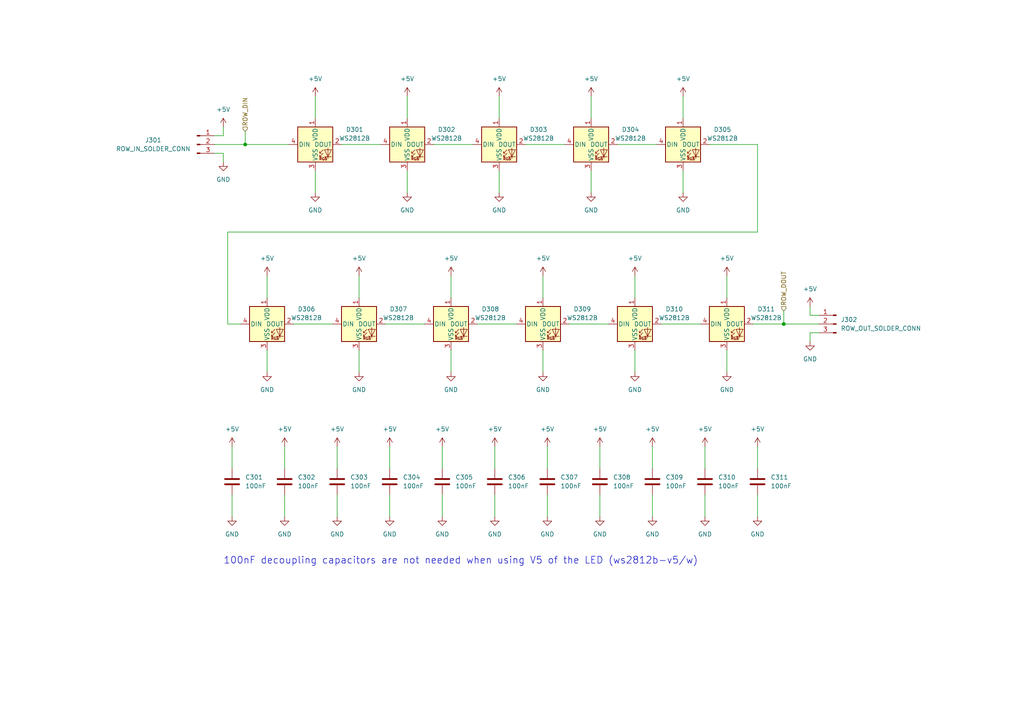
<source format=kicad_sch>
(kicad_sch (version 20211123) (generator eeschema)

  (uuid d04e2883-51ee-4ef0-93e6-204c98d44f20)

  (paper "A4")

  (title_block
    (title "Wordclock LED Row")
    (date "2022-08-28")
    (rev "2.1")
    (company "matty337s")
    (comment 1 "10 rows to make up 110 letters total.")
    (comment 2 "Row of 11x LEDs for displaying letters.")
  )

  (lib_symbols
    (symbol "Connector:Conn_01x03_Male" (pin_names (offset 1.016) hide) (in_bom yes) (on_board yes)
      (property "Reference" "J" (id 0) (at 0 5.08 0)
        (effects (font (size 1.27 1.27)))
      )
      (property "Value" "Conn_01x03_Male" (id 1) (at 0 -5.08 0)
        (effects (font (size 1.27 1.27)))
      )
      (property "Footprint" "" (id 2) (at 0 0 0)
        (effects (font (size 1.27 1.27)) hide)
      )
      (property "Datasheet" "~" (id 3) (at 0 0 0)
        (effects (font (size 1.27 1.27)) hide)
      )
      (property "ki_keywords" "connector" (id 4) (at 0 0 0)
        (effects (font (size 1.27 1.27)) hide)
      )
      (property "ki_description" "Generic connector, single row, 01x03, script generated (kicad-library-utils/schlib/autogen/connector/)" (id 5) (at 0 0 0)
        (effects (font (size 1.27 1.27)) hide)
      )
      (property "ki_fp_filters" "Connector*:*_1x??_*" (id 6) (at 0 0 0)
        (effects (font (size 1.27 1.27)) hide)
      )
      (symbol "Conn_01x03_Male_1_1"
        (polyline
          (pts
            (xy 1.27 -2.54)
            (xy 0.8636 -2.54)
          )
          (stroke (width 0.1524) (type default) (color 0 0 0 0))
          (fill (type none))
        )
        (polyline
          (pts
            (xy 1.27 0)
            (xy 0.8636 0)
          )
          (stroke (width 0.1524) (type default) (color 0 0 0 0))
          (fill (type none))
        )
        (polyline
          (pts
            (xy 1.27 2.54)
            (xy 0.8636 2.54)
          )
          (stroke (width 0.1524) (type default) (color 0 0 0 0))
          (fill (type none))
        )
        (rectangle (start 0.8636 -2.413) (end 0 -2.667)
          (stroke (width 0.1524) (type default) (color 0 0 0 0))
          (fill (type outline))
        )
        (rectangle (start 0.8636 0.127) (end 0 -0.127)
          (stroke (width 0.1524) (type default) (color 0 0 0 0))
          (fill (type outline))
        )
        (rectangle (start 0.8636 2.667) (end 0 2.413)
          (stroke (width 0.1524) (type default) (color 0 0 0 0))
          (fill (type outline))
        )
        (pin passive line (at 5.08 2.54 180) (length 3.81)
          (name "Pin_1" (effects (font (size 1.27 1.27))))
          (number "1" (effects (font (size 1.27 1.27))))
        )
        (pin passive line (at 5.08 0 180) (length 3.81)
          (name "Pin_2" (effects (font (size 1.27 1.27))))
          (number "2" (effects (font (size 1.27 1.27))))
        )
        (pin passive line (at 5.08 -2.54 180) (length 3.81)
          (name "Pin_3" (effects (font (size 1.27 1.27))))
          (number "3" (effects (font (size 1.27 1.27))))
        )
      )
    )
    (symbol "Device:C" (pin_numbers hide) (pin_names (offset 0.254)) (in_bom yes) (on_board yes)
      (property "Reference" "C" (id 0) (at 0.635 2.54 0)
        (effects (font (size 1.27 1.27)) (justify left))
      )
      (property "Value" "C" (id 1) (at 0.635 -2.54 0)
        (effects (font (size 1.27 1.27)) (justify left))
      )
      (property "Footprint" "" (id 2) (at 0.9652 -3.81 0)
        (effects (font (size 1.27 1.27)) hide)
      )
      (property "Datasheet" "~" (id 3) (at 0 0 0)
        (effects (font (size 1.27 1.27)) hide)
      )
      (property "ki_keywords" "cap capacitor" (id 4) (at 0 0 0)
        (effects (font (size 1.27 1.27)) hide)
      )
      (property "ki_description" "Unpolarized capacitor" (id 5) (at 0 0 0)
        (effects (font (size 1.27 1.27)) hide)
      )
      (property "ki_fp_filters" "C_*" (id 6) (at 0 0 0)
        (effects (font (size 1.27 1.27)) hide)
      )
      (symbol "C_0_1"
        (polyline
          (pts
            (xy -2.032 -0.762)
            (xy 2.032 -0.762)
          )
          (stroke (width 0.508) (type default) (color 0 0 0 0))
          (fill (type none))
        )
        (polyline
          (pts
            (xy -2.032 0.762)
            (xy 2.032 0.762)
          )
          (stroke (width 0.508) (type default) (color 0 0 0 0))
          (fill (type none))
        )
      )
      (symbol "C_1_1"
        (pin passive line (at 0 3.81 270) (length 2.794)
          (name "~" (effects (font (size 1.27 1.27))))
          (number "1" (effects (font (size 1.27 1.27))))
        )
        (pin passive line (at 0 -3.81 90) (length 2.794)
          (name "~" (effects (font (size 1.27 1.27))))
          (number "2" (effects (font (size 1.27 1.27))))
        )
      )
    )
    (symbol "LED:WS2812B" (pin_names (offset 0.254)) (in_bom yes) (on_board yes)
      (property "Reference" "D" (id 0) (at 5.08 5.715 0)
        (effects (font (size 1.27 1.27)) (justify right bottom))
      )
      (property "Value" "WS2812B" (id 1) (at 1.27 -5.715 0)
        (effects (font (size 1.27 1.27)) (justify left top))
      )
      (property "Footprint" "LED_SMD:LED_WS2812B_PLCC4_5.0x5.0mm_P3.2mm" (id 2) (at 1.27 -7.62 0)
        (effects (font (size 1.27 1.27)) (justify left top) hide)
      )
      (property "Datasheet" "https://cdn-shop.adafruit.com/datasheets/WS2812B.pdf" (id 3) (at 2.54 -9.525 0)
        (effects (font (size 1.27 1.27)) (justify left top) hide)
      )
      (property "ki_keywords" "RGB LED NeoPixel addressable" (id 4) (at 0 0 0)
        (effects (font (size 1.27 1.27)) hide)
      )
      (property "ki_description" "RGB LED with integrated controller" (id 5) (at 0 0 0)
        (effects (font (size 1.27 1.27)) hide)
      )
      (property "ki_fp_filters" "LED*WS2812*PLCC*5.0x5.0mm*P3.2mm*" (id 6) (at 0 0 0)
        (effects (font (size 1.27 1.27)) hide)
      )
      (symbol "WS2812B_0_0"
        (text "RGB" (at 2.286 -4.191 0)
          (effects (font (size 0.762 0.762)))
        )
      )
      (symbol "WS2812B_0_1"
        (polyline
          (pts
            (xy 1.27 -3.556)
            (xy 1.778 -3.556)
          )
          (stroke (width 0) (type default) (color 0 0 0 0))
          (fill (type none))
        )
        (polyline
          (pts
            (xy 1.27 -2.54)
            (xy 1.778 -2.54)
          )
          (stroke (width 0) (type default) (color 0 0 0 0))
          (fill (type none))
        )
        (polyline
          (pts
            (xy 4.699 -3.556)
            (xy 2.667 -3.556)
          )
          (stroke (width 0) (type default) (color 0 0 0 0))
          (fill (type none))
        )
        (polyline
          (pts
            (xy 2.286 -2.54)
            (xy 1.27 -3.556)
            (xy 1.27 -3.048)
          )
          (stroke (width 0) (type default) (color 0 0 0 0))
          (fill (type none))
        )
        (polyline
          (pts
            (xy 2.286 -1.524)
            (xy 1.27 -2.54)
            (xy 1.27 -2.032)
          )
          (stroke (width 0) (type default) (color 0 0 0 0))
          (fill (type none))
        )
        (polyline
          (pts
            (xy 3.683 -1.016)
            (xy 3.683 -3.556)
            (xy 3.683 -4.064)
          )
          (stroke (width 0) (type default) (color 0 0 0 0))
          (fill (type none))
        )
        (polyline
          (pts
            (xy 4.699 -1.524)
            (xy 2.667 -1.524)
            (xy 3.683 -3.556)
            (xy 4.699 -1.524)
          )
          (stroke (width 0) (type default) (color 0 0 0 0))
          (fill (type none))
        )
        (rectangle (start 5.08 5.08) (end -5.08 -5.08)
          (stroke (width 0.254) (type default) (color 0 0 0 0))
          (fill (type background))
        )
      )
      (symbol "WS2812B_1_1"
        (pin power_in line (at 0 7.62 270) (length 2.54)
          (name "VDD" (effects (font (size 1.27 1.27))))
          (number "1" (effects (font (size 1.27 1.27))))
        )
        (pin output line (at 7.62 0 180) (length 2.54)
          (name "DOUT" (effects (font (size 1.27 1.27))))
          (number "2" (effects (font (size 1.27 1.27))))
        )
        (pin power_in line (at 0 -7.62 90) (length 2.54)
          (name "VSS" (effects (font (size 1.27 1.27))))
          (number "3" (effects (font (size 1.27 1.27))))
        )
        (pin input line (at -7.62 0 0) (length 2.54)
          (name "DIN" (effects (font (size 1.27 1.27))))
          (number "4" (effects (font (size 1.27 1.27))))
        )
      )
    )
    (symbol "power:+5V" (power) (pin_names (offset 0)) (in_bom yes) (on_board yes)
      (property "Reference" "#PWR" (id 0) (at 0 -3.81 0)
        (effects (font (size 1.27 1.27)) hide)
      )
      (property "Value" "+5V" (id 1) (at 0 3.556 0)
        (effects (font (size 1.27 1.27)))
      )
      (property "Footprint" "" (id 2) (at 0 0 0)
        (effects (font (size 1.27 1.27)) hide)
      )
      (property "Datasheet" "" (id 3) (at 0 0 0)
        (effects (font (size 1.27 1.27)) hide)
      )
      (property "ki_keywords" "power-flag" (id 4) (at 0 0 0)
        (effects (font (size 1.27 1.27)) hide)
      )
      (property "ki_description" "Power symbol creates a global label with name \"+5V\"" (id 5) (at 0 0 0)
        (effects (font (size 1.27 1.27)) hide)
      )
      (symbol "+5V_0_1"
        (polyline
          (pts
            (xy -0.762 1.27)
            (xy 0 2.54)
          )
          (stroke (width 0) (type default) (color 0 0 0 0))
          (fill (type none))
        )
        (polyline
          (pts
            (xy 0 0)
            (xy 0 2.54)
          )
          (stroke (width 0) (type default) (color 0 0 0 0))
          (fill (type none))
        )
        (polyline
          (pts
            (xy 0 2.54)
            (xy 0.762 1.27)
          )
          (stroke (width 0) (type default) (color 0 0 0 0))
          (fill (type none))
        )
      )
      (symbol "+5V_1_1"
        (pin power_in line (at 0 0 90) (length 0) hide
          (name "+5V" (effects (font (size 1.27 1.27))))
          (number "1" (effects (font (size 1.27 1.27))))
        )
      )
    )
    (symbol "power:GND" (power) (pin_names (offset 0)) (in_bom yes) (on_board yes)
      (property "Reference" "#PWR" (id 0) (at 0 -6.35 0)
        (effects (font (size 1.27 1.27)) hide)
      )
      (property "Value" "GND" (id 1) (at 0 -3.81 0)
        (effects (font (size 1.27 1.27)))
      )
      (property "Footprint" "" (id 2) (at 0 0 0)
        (effects (font (size 1.27 1.27)) hide)
      )
      (property "Datasheet" "" (id 3) (at 0 0 0)
        (effects (font (size 1.27 1.27)) hide)
      )
      (property "ki_keywords" "power-flag" (id 4) (at 0 0 0)
        (effects (font (size 1.27 1.27)) hide)
      )
      (property "ki_description" "Power symbol creates a global label with name \"GND\" , ground" (id 5) (at 0 0 0)
        (effects (font (size 1.27 1.27)) hide)
      )
      (symbol "GND_0_1"
        (polyline
          (pts
            (xy 0 0)
            (xy 0 -1.27)
            (xy 1.27 -1.27)
            (xy 0 -2.54)
            (xy -1.27 -1.27)
            (xy 0 -1.27)
          )
          (stroke (width 0) (type default) (color 0 0 0 0))
          (fill (type none))
        )
      )
      (symbol "GND_1_1"
        (pin power_in line (at 0 0 270) (length 0) hide
          (name "GND" (effects (font (size 1.27 1.27))))
          (number "1" (effects (font (size 1.27 1.27))))
        )
      )
    )
  )

  (junction (at 71.12 41.91) (diameter 0) (color 0 0 0 0)
    (uuid 3888ef44-68e2-4b79-bf20-988ad2144095)
  )
  (junction (at 227.33 93.98) (diameter 0) (color 0 0 0 0)
    (uuid 7ae90a2e-3e4c-4da6-80b2-7517339986d0)
  )

  (wire (pts (xy 113.03 129.54) (xy 113.03 135.89))
    (stroke (width 0) (type default) (color 0 0 0 0))
    (uuid 0520f108-880d-4bdc-8fc0-e01e0f32b54c)
  )
  (wire (pts (xy 157.48 80.01) (xy 157.48 86.36))
    (stroke (width 0) (type default) (color 0 0 0 0))
    (uuid 0f1b7bb2-a393-4e43-b972-445d60375672)
  )
  (wire (pts (xy 128.27 129.54) (xy 128.27 135.89))
    (stroke (width 0) (type default) (color 0 0 0 0))
    (uuid 11fecf4a-bdd4-46fe-b6d1-eb6c1090b554)
  )
  (wire (pts (xy 144.78 49.53) (xy 144.78 55.88))
    (stroke (width 0) (type default) (color 0 0 0 0))
    (uuid 18fd18f1-4c7d-4b84-a472-1a6987a5c6f9)
  )
  (wire (pts (xy 113.03 143.51) (xy 113.03 149.86))
    (stroke (width 0) (type default) (color 0 0 0 0))
    (uuid 1b012919-2af8-4ee6-8ca7-d0ea300ee41e)
  )
  (wire (pts (xy 184.15 101.6) (xy 184.15 107.95))
    (stroke (width 0) (type default) (color 0 0 0 0))
    (uuid 1be3c345-2df6-4ce4-8d62-e5bc14a73839)
  )
  (wire (pts (xy 62.23 44.45) (xy 64.77 44.45))
    (stroke (width 0) (type default) (color 0 0 0 0))
    (uuid 1cadd618-79f0-4bf1-88db-a5944572d84e)
  )
  (wire (pts (xy 67.31 143.51) (xy 67.31 149.86))
    (stroke (width 0) (type default) (color 0 0 0 0))
    (uuid 1d2f4d7d-39d0-41a9-ab10-e60579e48a19)
  )
  (wire (pts (xy 104.14 80.01) (xy 104.14 86.36))
    (stroke (width 0) (type default) (color 0 0 0 0))
    (uuid 1f905d36-94bb-4fbd-af16-c87fdc93192d)
  )
  (wire (pts (xy 219.71 129.54) (xy 219.71 135.89))
    (stroke (width 0) (type default) (color 0 0 0 0))
    (uuid 2031a0d9-b84e-4551-8bdd-7698b4e89de0)
  )
  (wire (pts (xy 227.33 93.98) (xy 218.44 93.98))
    (stroke (width 0) (type default) (color 0 0 0 0))
    (uuid 2993c1dd-ac8d-42ec-a1c4-3e81f74b3a97)
  )
  (wire (pts (xy 66.04 67.31) (xy 66.04 93.98))
    (stroke (width 0) (type default) (color 0 0 0 0))
    (uuid 2d0845e1-b115-4e21-a830-f1074e7862dd)
  )
  (wire (pts (xy 111.76 93.98) (xy 123.19 93.98))
    (stroke (width 0) (type default) (color 0 0 0 0))
    (uuid 2d61e53d-0108-4ee2-a7ee-fe6e04e6853c)
  )
  (wire (pts (xy 191.77 93.98) (xy 203.2 93.98))
    (stroke (width 0) (type default) (color 0 0 0 0))
    (uuid 33082dd4-7799-490c-b550-64237b1a2c61)
  )
  (wire (pts (xy 118.11 27.94) (xy 118.11 34.29))
    (stroke (width 0) (type default) (color 0 0 0 0))
    (uuid 34009457-8472-4a30-a567-bb3c09c7b0b6)
  )
  (wire (pts (xy 118.11 49.53) (xy 118.11 55.88))
    (stroke (width 0) (type default) (color 0 0 0 0))
    (uuid 3740439e-009c-4871-9efc-2ab20fe342b5)
  )
  (wire (pts (xy 179.07 41.91) (xy 190.5 41.91))
    (stroke (width 0) (type default) (color 0 0 0 0))
    (uuid 383eac4c-de57-46d7-94f4-680ffb666079)
  )
  (wire (pts (xy 210.82 101.6) (xy 210.82 107.95))
    (stroke (width 0) (type default) (color 0 0 0 0))
    (uuid 398b305e-96c7-43c6-bf77-4d0612d7a726)
  )
  (wire (pts (xy 130.81 80.01) (xy 130.81 86.36))
    (stroke (width 0) (type default) (color 0 0 0 0))
    (uuid 398c792e-531e-4ea4-b631-d121c20ef14b)
  )
  (wire (pts (xy 219.71 143.51) (xy 219.71 149.86))
    (stroke (width 0) (type default) (color 0 0 0 0))
    (uuid 40d13330-0cc9-4788-9e16-d14453ada043)
  )
  (wire (pts (xy 77.47 101.6) (xy 77.47 107.95))
    (stroke (width 0) (type default) (color 0 0 0 0))
    (uuid 4346535b-a5fe-42d8-bcad-6af9c543ccd0)
  )
  (wire (pts (xy 77.47 80.01) (xy 77.47 86.36))
    (stroke (width 0) (type default) (color 0 0 0 0))
    (uuid 45d9f8b4-d35d-45c7-a55d-c05363934273)
  )
  (wire (pts (xy 157.48 101.6) (xy 157.48 107.95))
    (stroke (width 0) (type default) (color 0 0 0 0))
    (uuid 47ffebfd-0b3f-4620-ada4-a0b341972a33)
  )
  (wire (pts (xy 227.33 90.17) (xy 227.33 93.98))
    (stroke (width 0) (type default) (color 0 0 0 0))
    (uuid 4a9f3b1c-d05b-46f5-9299-ff853ef77c94)
  )
  (wire (pts (xy 189.23 143.51) (xy 189.23 149.86))
    (stroke (width 0) (type default) (color 0 0 0 0))
    (uuid 4dac2a43-25f5-43fa-b246-d03ff7a62a86)
  )
  (wire (pts (xy 237.49 96.52) (xy 234.95 96.52))
    (stroke (width 0) (type default) (color 0 0 0 0))
    (uuid 52ea3e3a-a427-4fd0-8b67-fad13bf2de64)
  )
  (wire (pts (xy 234.95 96.52) (xy 234.95 99.06))
    (stroke (width 0) (type default) (color 0 0 0 0))
    (uuid 56f5338e-e998-47cf-99b1-c1ba4d8fd35f)
  )
  (wire (pts (xy 66.04 93.98) (xy 69.85 93.98))
    (stroke (width 0) (type default) (color 0 0 0 0))
    (uuid 57286156-cc04-4cc3-a3c7-e8073eb2dba6)
  )
  (wire (pts (xy 97.79 129.54) (xy 97.79 135.89))
    (stroke (width 0) (type default) (color 0 0 0 0))
    (uuid 580dcced-9894-492f-8ff1-ac98f0262b20)
  )
  (wire (pts (xy 219.71 41.91) (xy 219.71 67.31))
    (stroke (width 0) (type default) (color 0 0 0 0))
    (uuid 656098f7-75ed-4c4e-89de-7b6a97c4028e)
  )
  (wire (pts (xy 184.15 80.01) (xy 184.15 86.36))
    (stroke (width 0) (type default) (color 0 0 0 0))
    (uuid 66e08331-df59-4d9b-8967-c0dd88f8b241)
  )
  (wire (pts (xy 234.95 91.44) (xy 237.49 91.44))
    (stroke (width 0) (type default) (color 0 0 0 0))
    (uuid 6d023b35-ad49-4eb7-a40d-756da514900b)
  )
  (wire (pts (xy 198.12 27.94) (xy 198.12 34.29))
    (stroke (width 0) (type default) (color 0 0 0 0))
    (uuid 726da6ca-c057-4eb7-891c-9592e535a474)
  )
  (wire (pts (xy 125.73 41.91) (xy 137.16 41.91))
    (stroke (width 0) (type default) (color 0 0 0 0))
    (uuid 75e8891c-5455-49fb-a1c9-362ebf64b8e8)
  )
  (wire (pts (xy 237.49 93.98) (xy 227.33 93.98))
    (stroke (width 0) (type default) (color 0 0 0 0))
    (uuid 7a7e528f-bfc1-4762-9058-7a5c43491bea)
  )
  (wire (pts (xy 97.79 143.51) (xy 97.79 149.86))
    (stroke (width 0) (type default) (color 0 0 0 0))
    (uuid 7f32c6b9-d20b-4ac9-8945-d21036419608)
  )
  (wire (pts (xy 158.75 143.51) (xy 158.75 149.86))
    (stroke (width 0) (type default) (color 0 0 0 0))
    (uuid 834c631c-6317-4023-8392-be40ef70feb1)
  )
  (wire (pts (xy 104.14 101.6) (xy 104.14 107.95))
    (stroke (width 0) (type default) (color 0 0 0 0))
    (uuid 840f00b8-009b-4152-9a47-6745a0bb4c1a)
  )
  (wire (pts (xy 219.71 67.31) (xy 66.04 67.31))
    (stroke (width 0) (type default) (color 0 0 0 0))
    (uuid 88a401b4-8c3a-4771-9dd6-800e0f5e1a17)
  )
  (wire (pts (xy 144.78 27.94) (xy 144.78 34.29))
    (stroke (width 0) (type default) (color 0 0 0 0))
    (uuid 8a7157df-7850-42b5-ae19-26e98dfca2c0)
  )
  (wire (pts (xy 171.45 27.94) (xy 171.45 34.29))
    (stroke (width 0) (type default) (color 0 0 0 0))
    (uuid 8cc58fd6-3362-405a-918d-5bfbdfee53d8)
  )
  (wire (pts (xy 204.47 129.54) (xy 204.47 135.89))
    (stroke (width 0) (type default) (color 0 0 0 0))
    (uuid 8e104c51-40a2-4213-ac60-69037334865d)
  )
  (wire (pts (xy 158.75 129.54) (xy 158.75 135.89))
    (stroke (width 0) (type default) (color 0 0 0 0))
    (uuid 8ef29e98-363d-4354-9a40-d77de1f94641)
  )
  (wire (pts (xy 138.43 93.98) (xy 149.86 93.98))
    (stroke (width 0) (type default) (color 0 0 0 0))
    (uuid 92cb328f-2e8f-4dff-9385-bf91c59b3494)
  )
  (wire (pts (xy 99.06 41.91) (xy 110.49 41.91))
    (stroke (width 0) (type default) (color 0 0 0 0))
    (uuid 9a31e2a8-d67e-4400-b658-ec34142150f8)
  )
  (wire (pts (xy 71.12 38.1) (xy 71.12 41.91))
    (stroke (width 0) (type default) (color 0 0 0 0))
    (uuid a60336f0-f5f8-460d-834e-f057182bb4bb)
  )
  (wire (pts (xy 152.4 41.91) (xy 163.83 41.91))
    (stroke (width 0) (type default) (color 0 0 0 0))
    (uuid a67a2301-7c26-490b-9686-9921c5c19bb4)
  )
  (wire (pts (xy 67.31 129.54) (xy 67.31 135.89))
    (stroke (width 0) (type default) (color 0 0 0 0))
    (uuid ab388110-4536-4eb2-8566-5964e50b9712)
  )
  (wire (pts (xy 91.44 49.53) (xy 91.44 55.88))
    (stroke (width 0) (type default) (color 0 0 0 0))
    (uuid ab422d1c-9501-4c7b-b73a-cf2dc7b0f73f)
  )
  (wire (pts (xy 82.55 143.51) (xy 82.55 149.86))
    (stroke (width 0) (type default) (color 0 0 0 0))
    (uuid afb374a6-586e-4bd9-a084-d03609b9cf5f)
  )
  (wire (pts (xy 62.23 41.91) (xy 71.12 41.91))
    (stroke (width 0) (type default) (color 0 0 0 0))
    (uuid b5a832d9-c898-47e6-a774-9f674727bf1d)
  )
  (wire (pts (xy 171.45 49.53) (xy 171.45 55.88))
    (stroke (width 0) (type default) (color 0 0 0 0))
    (uuid bb845ed4-4c1d-4524-8069-4e2fec377243)
  )
  (wire (pts (xy 189.23 129.54) (xy 189.23 135.89))
    (stroke (width 0) (type default) (color 0 0 0 0))
    (uuid bf3283ed-ce36-4dd3-9661-894bb13051b2)
  )
  (wire (pts (xy 64.77 36.83) (xy 64.77 39.37))
    (stroke (width 0) (type default) (color 0 0 0 0))
    (uuid c2475195-42a4-4981-a74b-9cf354c41300)
  )
  (wire (pts (xy 91.44 27.94) (xy 91.44 34.29))
    (stroke (width 0) (type default) (color 0 0 0 0))
    (uuid c2ee6910-40f0-4f4c-98be-139676538c78)
  )
  (wire (pts (xy 128.27 143.51) (xy 128.27 149.86))
    (stroke (width 0) (type default) (color 0 0 0 0))
    (uuid c4b3edcb-641f-43be-8b6d-094eca6a00ba)
  )
  (wire (pts (xy 143.51 129.54) (xy 143.51 135.89))
    (stroke (width 0) (type default) (color 0 0 0 0))
    (uuid c537111b-b265-40a8-a696-906b8a2323f8)
  )
  (wire (pts (xy 71.12 41.91) (xy 83.82 41.91))
    (stroke (width 0) (type default) (color 0 0 0 0))
    (uuid c783c1e1-2a32-4db3-8b0f-49522b837631)
  )
  (wire (pts (xy 165.1 93.98) (xy 176.53 93.98))
    (stroke (width 0) (type default) (color 0 0 0 0))
    (uuid cce7f27c-a51f-4174-bb0d-1e61ccd1f89e)
  )
  (wire (pts (xy 204.47 143.51) (xy 204.47 149.86))
    (stroke (width 0) (type default) (color 0 0 0 0))
    (uuid cf70e28e-b69e-4fb2-bcf8-67234d80f058)
  )
  (wire (pts (xy 205.74 41.91) (xy 219.71 41.91))
    (stroke (width 0) (type default) (color 0 0 0 0))
    (uuid d018cb50-d9bd-4fff-a12f-33fdb6b062f2)
  )
  (wire (pts (xy 85.09 93.98) (xy 96.52 93.98))
    (stroke (width 0) (type default) (color 0 0 0 0))
    (uuid d33b8872-7306-4b9a-b03b-1e7ca2e5426b)
  )
  (wire (pts (xy 82.55 129.54) (xy 82.55 135.89))
    (stroke (width 0) (type default) (color 0 0 0 0))
    (uuid d6ba6752-5ebb-45aa-9e2f-6110259a58f5)
  )
  (wire (pts (xy 234.95 88.9) (xy 234.95 91.44))
    (stroke (width 0) (type default) (color 0 0 0 0))
    (uuid d8a50870-d065-4124-aa79-9f8224e61891)
  )
  (wire (pts (xy 173.99 143.51) (xy 173.99 149.86))
    (stroke (width 0) (type default) (color 0 0 0 0))
    (uuid e28338c0-702e-4fe2-b04c-06d9a94689c0)
  )
  (wire (pts (xy 210.82 80.01) (xy 210.82 86.36))
    (stroke (width 0) (type default) (color 0 0 0 0))
    (uuid e51e4a7d-4cb5-47c4-ab22-0dc02ddb1389)
  )
  (wire (pts (xy 143.51 143.51) (xy 143.51 149.86))
    (stroke (width 0) (type default) (color 0 0 0 0))
    (uuid ead9ddd3-f78d-42a7-a019-aff2e924dc13)
  )
  (wire (pts (xy 173.99 129.54) (xy 173.99 135.89))
    (stroke (width 0) (type default) (color 0 0 0 0))
    (uuid eb007652-e3a9-4c51-a3f6-58be3d30985a)
  )
  (wire (pts (xy 198.12 49.53) (xy 198.12 55.88))
    (stroke (width 0) (type default) (color 0 0 0 0))
    (uuid ef82b46b-1613-421a-ac42-e21df0d355a6)
  )
  (wire (pts (xy 64.77 39.37) (xy 62.23 39.37))
    (stroke (width 0) (type default) (color 0 0 0 0))
    (uuid f019505d-1aea-432a-b327-83b31aef7403)
  )
  (wire (pts (xy 64.77 44.45) (xy 64.77 46.99))
    (stroke (width 0) (type default) (color 0 0 0 0))
    (uuid f1a662a9-9ddf-45b0-869d-d7673f623d65)
  )
  (wire (pts (xy 130.81 101.6) (xy 130.81 107.95))
    (stroke (width 0) (type default) (color 0 0 0 0))
    (uuid f8c4aed4-57fb-419b-a139-569fbc2979f8)
  )

  (text "100nF decoupling capacitors are not needed when using V5 of the LED (ws2812b-v5/w)"
    (at 64.77 163.83 0)
    (effects (font (size 2 2)) (justify left bottom))
    (uuid 9a1d5531-eb8f-47f4-87ff-844287f1e1f6)
  )

  (hierarchical_label "ROW_DOUT" (shape input) (at 227.33 90.17 90)
    (effects (font (size 1.27 1.27)) (justify left))
    (uuid 7a8eefaf-dffe-43e8-b870-a59b7691965b)
  )
  (hierarchical_label "ROW_DIN" (shape input) (at 71.12 38.1 90)
    (effects (font (size 1.27 1.27)) (justify left))
    (uuid e810430f-9503-48c4-b6ca-8da919b6409b)
  )

  (symbol (lib_id "power:GND") (at 67.31 149.86 0) (unit 1)
    (in_bom yes) (on_board yes) (fields_autoplaced)
    (uuid 09da2582-3eae-4814-9cb4-dc4a79e836bf)
    (property "Reference" "#PWR0338" (id 0) (at 67.31 156.21 0)
      (effects (font (size 1.27 1.27)) hide)
    )
    (property "Value" "GND" (id 1) (at 67.31 154.94 0))
    (property "Footprint" "" (id 2) (at 67.31 149.86 0)
      (effects (font (size 1.27 1.27)) hide)
    )
    (property "Datasheet" "" (id 3) (at 67.31 149.86 0)
      (effects (font (size 1.27 1.27)) hide)
    )
    (property "LCSC" "C14663" (id 4) (at 67.31 156.21 0)
      (effects (font (size 1.27 1.27)) hide)
    )
    (pin "1" (uuid 7c1fe3cf-7545-4e5f-93a0-638828200982))
  )

  (symbol (lib_id "power:+5V") (at 198.12 27.94 0) (unit 1)
    (in_bom yes) (on_board yes) (fields_autoplaced)
    (uuid 0d735845-78c9-4f3d-bfe3-958742c812c3)
    (property "Reference" "#PWR0305" (id 0) (at 198.12 31.75 0)
      (effects (font (size 1.27 1.27)) hide)
    )
    (property "Value" "+5V" (id 1) (at 198.12 22.86 0))
    (property "Footprint" "" (id 2) (at 198.12 27.94 0)
      (effects (font (size 1.27 1.27)) hide)
    )
    (property "Datasheet" "" (id 3) (at 198.12 27.94 0)
      (effects (font (size 1.27 1.27)) hide)
    )
    (property "LCSC" "C14663" (id 4) (at 198.12 31.75 0)
      (effects (font (size 1.27 1.27)) hide)
    )
    (pin "1" (uuid 1f89f15a-97ee-41bb-9159-f60d60768b23))
  )

  (symbol (lib_id "LED:WS2812B") (at 104.14 93.98 0) (unit 1)
    (in_bom yes) (on_board yes) (fields_autoplaced)
    (uuid 159b1000-995a-43a0-987a-625d7c4d8200)
    (property "Reference" "D307" (id 0) (at 115.57 89.6493 0))
    (property "Value" "WS2812B" (id 1) (at 115.57 92.1893 0))
    (property "Footprint" "LED_SMD:LED_WS2812B_PLCC4_5.0x5.0mm_P3.2mm" (id 2) (at 105.41 101.6 0)
      (effects (font (size 1.27 1.27)) (justify left top) hide)
    )
    (property "Datasheet" "https://cdn-shop.adafruit.com/datasheets/WS2812B.pdf" (id 3) (at 106.68 103.505 0)
      (effects (font (size 1.27 1.27)) (justify left top) hide)
    )
    (property "LCSC" "C14663" (id 4) (at 115.57 89.6493 0)
      (effects (font (size 1.27 1.27)) hide)
    )
    (pin "1" (uuid cd6c994e-95db-4200-bd8a-08acd46fe138))
    (pin "2" (uuid e7156e51-de05-4550-8405-51062dcde977))
    (pin "3" (uuid da6639fc-846c-4da7-99b3-9b90cdbd9d71))
    (pin "4" (uuid f3f17116-7215-4152-944f-1d2b05082454))
  )

  (symbol (lib_id "LED:WS2812B") (at 157.48 93.98 0) (unit 1)
    (in_bom yes) (on_board yes) (fields_autoplaced)
    (uuid 183dcacd-9432-470a-b025-3005441d5aad)
    (property "Reference" "D309" (id 0) (at 168.91 89.6493 0))
    (property "Value" "WS2812B" (id 1) (at 168.91 92.1893 0))
    (property "Footprint" "LED_SMD:LED_WS2812B_PLCC4_5.0x5.0mm_P3.2mm" (id 2) (at 158.75 101.6 0)
      (effects (font (size 1.27 1.27)) (justify left top) hide)
    )
    (property "Datasheet" "https://cdn-shop.adafruit.com/datasheets/WS2812B.pdf" (id 3) (at 160.02 103.505 0)
      (effects (font (size 1.27 1.27)) (justify left top) hide)
    )
    (property "LCSC" "C14663" (id 4) (at 168.91 89.6493 0)
      (effects (font (size 1.27 1.27)) hide)
    )
    (pin "1" (uuid 9fc29af1-11f9-4eca-ba71-f435ced91ab5))
    (pin "2" (uuid 7e690ccf-5095-4f42-a8dd-e407d76b7e29))
    (pin "3" (uuid a8bc6ca1-e16c-4b0f-bda4-b49fa1c73df4))
    (pin "4" (uuid 7bf8d26a-ec3e-41bc-bdf8-7037a28a2bbb))
  )

  (symbol (lib_id "power:GND") (at 204.47 149.86 0) (unit 1)
    (in_bom yes) (on_board yes) (fields_autoplaced)
    (uuid 1880e60c-c288-4a2d-b5a2-727479c05ae6)
    (property "Reference" "#PWR0347" (id 0) (at 204.47 156.21 0)
      (effects (font (size 1.27 1.27)) hide)
    )
    (property "Value" "GND" (id 1) (at 204.47 154.94 0))
    (property "Footprint" "" (id 2) (at 204.47 149.86 0)
      (effects (font (size 1.27 1.27)) hide)
    )
    (property "Datasheet" "" (id 3) (at 204.47 149.86 0)
      (effects (font (size 1.27 1.27)) hide)
    )
    (property "LCSC" "C14663" (id 4) (at 204.47 156.21 0)
      (effects (font (size 1.27 1.27)) hide)
    )
    (pin "1" (uuid dfbcb741-0754-4c90-aaeb-235e0cec731c))
  )

  (symbol (lib_id "LED:WS2812B") (at 130.81 93.98 0) (unit 1)
    (in_bom yes) (on_board yes) (fields_autoplaced)
    (uuid 18b0b07a-db82-445d-a8e1-dec898dbc08d)
    (property "Reference" "D308" (id 0) (at 142.24 89.6493 0))
    (property "Value" "WS2812B" (id 1) (at 142.24 92.1893 0))
    (property "Footprint" "LED_SMD:LED_WS2812B_PLCC4_5.0x5.0mm_P3.2mm" (id 2) (at 132.08 101.6 0)
      (effects (font (size 1.27 1.27)) (justify left top) hide)
    )
    (property "Datasheet" "https://cdn-shop.adafruit.com/datasheets/WS2812B.pdf" (id 3) (at 133.35 103.505 0)
      (effects (font (size 1.27 1.27)) (justify left top) hide)
    )
    (property "LCSC" "C14663" (id 4) (at 142.24 89.6493 0)
      (effects (font (size 1.27 1.27)) hide)
    )
    (pin "1" (uuid 27dab0ce-e87c-4923-b5e8-d0b514fe08a2))
    (pin "2" (uuid 4900a035-211b-4cd6-b6f8-83580238c140))
    (pin "3" (uuid a5baa931-2ffc-4e56-a410-9eea308d83f6))
    (pin "4" (uuid cdda1f5d-43d6-42e0-9e3c-8fdc9dea77b9))
  )

  (symbol (lib_id "power:+5V") (at 67.31 129.54 0) (unit 1)
    (in_bom yes) (on_board yes) (fields_autoplaced)
    (uuid 1baaba07-243a-447a-8dde-065c949287d5)
    (property "Reference" "#PWR0327" (id 0) (at 67.31 133.35 0)
      (effects (font (size 1.27 1.27)) hide)
    )
    (property "Value" "+5V" (id 1) (at 67.31 124.46 0))
    (property "Footprint" "" (id 2) (at 67.31 129.54 0)
      (effects (font (size 1.27 1.27)) hide)
    )
    (property "Datasheet" "" (id 3) (at 67.31 129.54 0)
      (effects (font (size 1.27 1.27)) hide)
    )
    (property "LCSC" "C14663" (id 4) (at 67.31 133.35 0)
      (effects (font (size 1.27 1.27)) hide)
    )
    (pin "1" (uuid 696100f0-98ce-422e-a5d6-567d6abd1d81))
  )

  (symbol (lib_id "LED:WS2812B") (at 144.78 41.91 0) (unit 1)
    (in_bom yes) (on_board yes) (fields_autoplaced)
    (uuid 1c05bd26-ff0c-47de-8990-68f22c08c1b0)
    (property "Reference" "D303" (id 0) (at 156.21 37.5793 0))
    (property "Value" "WS2812B" (id 1) (at 156.21 40.1193 0))
    (property "Footprint" "LED_SMD:LED_WS2812B_PLCC4_5.0x5.0mm_P3.2mm" (id 2) (at 146.05 49.53 0)
      (effects (font (size 1.27 1.27)) (justify left top) hide)
    )
    (property "Datasheet" "https://cdn-shop.adafruit.com/datasheets/WS2812B.pdf" (id 3) (at 147.32 51.435 0)
      (effects (font (size 1.27 1.27)) (justify left top) hide)
    )
    (property "LCSC" "C14663" (id 4) (at 156.21 37.5793 0)
      (effects (font (size 1.27 1.27)) hide)
    )
    (pin "1" (uuid 41438aa6-c80a-45a3-8bb1-15947670dd5b))
    (pin "2" (uuid dfeea304-d753-4ae1-9a5e-36cccc1bfd2a))
    (pin "3" (uuid 5933dbb4-22f5-42a1-ac1b-d61498fa06b2))
    (pin "4" (uuid 66ea4b6a-6e47-4bb8-8b6b-43ded574c722))
  )

  (symbol (lib_id "power:+5V") (at 173.99 129.54 0) (unit 1)
    (in_bom yes) (on_board yes) (fields_autoplaced)
    (uuid 1c3992b6-8267-4680-adab-d2ce2dfdb302)
    (property "Reference" "#PWR0334" (id 0) (at 173.99 133.35 0)
      (effects (font (size 1.27 1.27)) hide)
    )
    (property "Value" "+5V" (id 1) (at 173.99 124.46 0))
    (property "Footprint" "" (id 2) (at 173.99 129.54 0)
      (effects (font (size 1.27 1.27)) hide)
    )
    (property "Datasheet" "" (id 3) (at 173.99 129.54 0)
      (effects (font (size 1.27 1.27)) hide)
    )
    (property "LCSC" "C14663" (id 4) (at 173.99 133.35 0)
      (effects (font (size 1.27 1.27)) hide)
    )
    (pin "1" (uuid 1d7a03f5-eb99-4302-a82e-b449b7b0485b))
  )

  (symbol (lib_id "power:GND") (at 184.15 107.95 0) (unit 1)
    (in_bom yes) (on_board yes) (fields_autoplaced)
    (uuid 1d195d72-f91b-4a5c-b156-5be77f198d81)
    (property "Reference" "#PWR0325" (id 0) (at 184.15 114.3 0)
      (effects (font (size 1.27 1.27)) hide)
    )
    (property "Value" "GND" (id 1) (at 184.15 113.03 0))
    (property "Footprint" "" (id 2) (at 184.15 107.95 0)
      (effects (font (size 1.27 1.27)) hide)
    )
    (property "Datasheet" "" (id 3) (at 184.15 107.95 0)
      (effects (font (size 1.27 1.27)) hide)
    )
    (property "LCSC" "C14663" (id 4) (at 184.15 114.3 0)
      (effects (font (size 1.27 1.27)) hide)
    )
    (pin "1" (uuid 6ac2bd11-bab7-41b5-acda-e183f44c0395))
  )

  (symbol (lib_id "power:GND") (at 82.55 149.86 0) (unit 1)
    (in_bom yes) (on_board yes) (fields_autoplaced)
    (uuid 25005ad1-11e5-4127-8733-545beaa79e03)
    (property "Reference" "#PWR0339" (id 0) (at 82.55 156.21 0)
      (effects (font (size 1.27 1.27)) hide)
    )
    (property "Value" "GND" (id 1) (at 82.55 154.94 0))
    (property "Footprint" "" (id 2) (at 82.55 149.86 0)
      (effects (font (size 1.27 1.27)) hide)
    )
    (property "Datasheet" "" (id 3) (at 82.55 149.86 0)
      (effects (font (size 1.27 1.27)) hide)
    )
    (property "LCSC" "C14663" (id 4) (at 82.55 156.21 0)
      (effects (font (size 1.27 1.27)) hide)
    )
    (pin "1" (uuid bcb6b314-5b36-49a6-a87c-fa8e4deefd80))
  )

  (symbol (lib_id "Device:C") (at 158.75 139.7 0) (unit 1)
    (in_bom yes) (on_board yes) (fields_autoplaced)
    (uuid 27579a02-ee27-4a5e-b31a-2b4505578d6e)
    (property "Reference" "C307" (id 0) (at 162.56 138.4299 0)
      (effects (font (size 1.27 1.27)) (justify left))
    )
    (property "Value" "100nF" (id 1) (at 162.56 140.9699 0)
      (effects (font (size 1.27 1.27)) (justify left))
    )
    (property "Footprint" "Capacitor_SMD:C_0603_1608Metric" (id 2) (at 159.7152 143.51 0)
      (effects (font (size 1.27 1.27)) hide)
    )
    (property "Datasheet" "~" (id 3) (at 158.75 139.7 0)
      (effects (font (size 1.27 1.27)) hide)
    )
    (property "LCSC" "C14663" (id 4) (at 162.56 138.4299 0)
      (effects (font (size 1.27 1.27)) hide)
    )
    (pin "1" (uuid 4e6ba71d-2f8a-4e3b-968f-52d990046119))
    (pin "2" (uuid 0799a5d6-f466-4949-bb9f-11abef874e4b))
  )

  (symbol (lib_id "power:+5V") (at 77.47 80.01 0) (unit 1)
    (in_bom yes) (on_board yes) (fields_autoplaced)
    (uuid 29099123-af23-4c1b-b2ff-8cdbb6f87316)
    (property "Reference" "#PWR0313" (id 0) (at 77.47 83.82 0)
      (effects (font (size 1.27 1.27)) hide)
    )
    (property "Value" "+5V" (id 1) (at 77.47 74.93 0))
    (property "Footprint" "" (id 2) (at 77.47 80.01 0)
      (effects (font (size 1.27 1.27)) hide)
    )
    (property "Datasheet" "" (id 3) (at 77.47 80.01 0)
      (effects (font (size 1.27 1.27)) hide)
    )
    (property "LCSC" "C14663" (id 4) (at 77.47 83.82 0)
      (effects (font (size 1.27 1.27)) hide)
    )
    (pin "1" (uuid c524e63c-9c24-466c-84e5-a34d39064b73))
  )

  (symbol (lib_id "power:GND") (at 130.81 107.95 0) (unit 1)
    (in_bom yes) (on_board yes) (fields_autoplaced)
    (uuid 290d8a57-318d-4495-9618-21b5a0ef489c)
    (property "Reference" "#PWR0323" (id 0) (at 130.81 114.3 0)
      (effects (font (size 1.27 1.27)) hide)
    )
    (property "Value" "GND" (id 1) (at 130.81 113.03 0))
    (property "Footprint" "" (id 2) (at 130.81 107.95 0)
      (effects (font (size 1.27 1.27)) hide)
    )
    (property "Datasheet" "" (id 3) (at 130.81 107.95 0)
      (effects (font (size 1.27 1.27)) hide)
    )
    (property "LCSC" "C14663" (id 4) (at 130.81 114.3 0)
      (effects (font (size 1.27 1.27)) hide)
    )
    (pin "1" (uuid 830987ff-76cc-462d-b3b4-75d976293806))
  )

  (symbol (lib_id "power:+5V") (at 113.03 129.54 0) (unit 1)
    (in_bom yes) (on_board yes) (fields_autoplaced)
    (uuid 2b263bb5-76c7-4d08-a90c-d5bfc65e00b7)
    (property "Reference" "#PWR0330" (id 0) (at 113.03 133.35 0)
      (effects (font (size 1.27 1.27)) hide)
    )
    (property "Value" "+5V" (id 1) (at 113.03 124.46 0))
    (property "Footprint" "" (id 2) (at 113.03 129.54 0)
      (effects (font (size 1.27 1.27)) hide)
    )
    (property "Datasheet" "" (id 3) (at 113.03 129.54 0)
      (effects (font (size 1.27 1.27)) hide)
    )
    (property "LCSC" "C14663" (id 4) (at 113.03 133.35 0)
      (effects (font (size 1.27 1.27)) hide)
    )
    (pin "1" (uuid 2ba8e3db-cb77-436d-be54-2f7de20cf7a7))
  )

  (symbol (lib_id "power:GND") (at 104.14 107.95 0) (unit 1)
    (in_bom yes) (on_board yes) (fields_autoplaced)
    (uuid 2b54e335-fe00-43c1-8cba-33f920295352)
    (property "Reference" "#PWR0322" (id 0) (at 104.14 114.3 0)
      (effects (font (size 1.27 1.27)) hide)
    )
    (property "Value" "GND" (id 1) (at 104.14 113.03 0))
    (property "Footprint" "" (id 2) (at 104.14 107.95 0)
      (effects (font (size 1.27 1.27)) hide)
    )
    (property "Datasheet" "" (id 3) (at 104.14 107.95 0)
      (effects (font (size 1.27 1.27)) hide)
    )
    (property "LCSC" "C14663" (id 4) (at 104.14 114.3 0)
      (effects (font (size 1.27 1.27)) hide)
    )
    (pin "1" (uuid 75108d1d-1430-4bd6-9194-71b67b0edc50))
  )

  (symbol (lib_id "power:GND") (at 210.82 107.95 0) (unit 1)
    (in_bom yes) (on_board yes) (fields_autoplaced)
    (uuid 2df7e62b-6c94-4033-b990-f06be9139f41)
    (property "Reference" "#PWR0326" (id 0) (at 210.82 114.3 0)
      (effects (font (size 1.27 1.27)) hide)
    )
    (property "Value" "GND" (id 1) (at 210.82 113.03 0))
    (property "Footprint" "" (id 2) (at 210.82 107.95 0)
      (effects (font (size 1.27 1.27)) hide)
    )
    (property "Datasheet" "" (id 3) (at 210.82 107.95 0)
      (effects (font (size 1.27 1.27)) hide)
    )
    (property "LCSC" "C14663" (id 4) (at 210.82 114.3 0)
      (effects (font (size 1.27 1.27)) hide)
    )
    (pin "1" (uuid e42e47d9-423c-4e65-9f54-f2c81bcc4cf4))
  )

  (symbol (lib_id "LED:WS2812B") (at 91.44 41.91 0) (unit 1)
    (in_bom yes) (on_board yes) (fields_autoplaced)
    (uuid 3383255b-c053-43fe-9f9e-b7a94db48488)
    (property "Reference" "D301" (id 0) (at 102.87 37.5793 0))
    (property "Value" "WS2812B" (id 1) (at 102.87 40.1193 0))
    (property "Footprint" "LED_SMD:LED_WS2812B_PLCC4_5.0x5.0mm_P3.2mm" (id 2) (at 92.71 49.53 0)
      (effects (font (size 1.27 1.27)) (justify left top) hide)
    )
    (property "Datasheet" "https://cdn-shop.adafruit.com/datasheets/WS2812B.pdf" (id 3) (at 93.98 51.435 0)
      (effects (font (size 1.27 1.27)) (justify left top) hide)
    )
    (property "LCSC" "C14663" (id 4) (at 102.87 37.5793 0)
      (effects (font (size 1.27 1.27)) hide)
    )
    (pin "1" (uuid 37c51b20-0a55-4727-a6e5-eb7f239d6b1c))
    (pin "2" (uuid ec7cf9c2-f528-4dbf-a2b9-a3aa0ddc963d))
    (pin "3" (uuid a969119f-cd91-43ec-a777-873038b2b7bc))
    (pin "4" (uuid 2e58766c-c9d2-4862-a9e3-66f4df86be4c))
  )

  (symbol (lib_id "power:GND") (at 171.45 55.88 0) (unit 1)
    (in_bom yes) (on_board yes) (fields_autoplaced)
    (uuid 375cc216-172a-4c41-9f09-6ff6dfda148a)
    (property "Reference" "#PWR0311" (id 0) (at 171.45 62.23 0)
      (effects (font (size 1.27 1.27)) hide)
    )
    (property "Value" "GND" (id 1) (at 171.45 60.96 0))
    (property "Footprint" "" (id 2) (at 171.45 55.88 0)
      (effects (font (size 1.27 1.27)) hide)
    )
    (property "Datasheet" "" (id 3) (at 171.45 55.88 0)
      (effects (font (size 1.27 1.27)) hide)
    )
    (property "LCSC" "C14663" (id 4) (at 171.45 62.23 0)
      (effects (font (size 1.27 1.27)) hide)
    )
    (pin "1" (uuid df22b6a0-f5ef-4e5f-a6d2-a31670a8211a))
  )

  (symbol (lib_id "power:GND") (at 158.75 149.86 0) (unit 1)
    (in_bom yes) (on_board yes) (fields_autoplaced)
    (uuid 37f7d2dd-60db-40aa-a83f-1e1c73f9960f)
    (property "Reference" "#PWR0344" (id 0) (at 158.75 156.21 0)
      (effects (font (size 1.27 1.27)) hide)
    )
    (property "Value" "GND" (id 1) (at 158.75 154.94 0))
    (property "Footprint" "" (id 2) (at 158.75 149.86 0)
      (effects (font (size 1.27 1.27)) hide)
    )
    (property "Datasheet" "" (id 3) (at 158.75 149.86 0)
      (effects (font (size 1.27 1.27)) hide)
    )
    (property "LCSC" "C14663" (id 4) (at 158.75 156.21 0)
      (effects (font (size 1.27 1.27)) hide)
    )
    (pin "1" (uuid 8b8af415-a7ae-4cf1-928a-8c6f764c4e6c))
  )

  (symbol (lib_id "power:+5V") (at 157.48 80.01 0) (unit 1)
    (in_bom yes) (on_board yes) (fields_autoplaced)
    (uuid 3a15b05f-a485-4232-bc74-722473e5e75a)
    (property "Reference" "#PWR0316" (id 0) (at 157.48 83.82 0)
      (effects (font (size 1.27 1.27)) hide)
    )
    (property "Value" "+5V" (id 1) (at 157.48 74.93 0))
    (property "Footprint" "" (id 2) (at 157.48 80.01 0)
      (effects (font (size 1.27 1.27)) hide)
    )
    (property "Datasheet" "" (id 3) (at 157.48 80.01 0)
      (effects (font (size 1.27 1.27)) hide)
    )
    (property "LCSC" "C14663" (id 4) (at 157.48 83.82 0)
      (effects (font (size 1.27 1.27)) hide)
    )
    (pin "1" (uuid 0e763a09-6c6a-4f16-b6e8-aa512848282f))
  )

  (symbol (lib_id "power:GND") (at 144.78 55.88 0) (unit 1)
    (in_bom yes) (on_board yes) (fields_autoplaced)
    (uuid 3bafaf37-087f-476b-a57f-b771bf8bc06c)
    (property "Reference" "#PWR0310" (id 0) (at 144.78 62.23 0)
      (effects (font (size 1.27 1.27)) hide)
    )
    (property "Value" "GND" (id 1) (at 144.78 60.96 0))
    (property "Footprint" "" (id 2) (at 144.78 55.88 0)
      (effects (font (size 1.27 1.27)) hide)
    )
    (property "Datasheet" "" (id 3) (at 144.78 55.88 0)
      (effects (font (size 1.27 1.27)) hide)
    )
    (property "LCSC" "C14663" (id 4) (at 144.78 62.23 0)
      (effects (font (size 1.27 1.27)) hide)
    )
    (pin "1" (uuid d9d88a92-f9b7-4db3-be77-0a3577e69260))
  )

  (symbol (lib_id "power:+5V") (at 189.23 129.54 0) (unit 1)
    (in_bom yes) (on_board yes) (fields_autoplaced)
    (uuid 3c89e5d2-8286-4151-a394-f3d5c6cfce5a)
    (property "Reference" "#PWR0335" (id 0) (at 189.23 133.35 0)
      (effects (font (size 1.27 1.27)) hide)
    )
    (property "Value" "+5V" (id 1) (at 189.23 124.46 0))
    (property "Footprint" "" (id 2) (at 189.23 129.54 0)
      (effects (font (size 1.27 1.27)) hide)
    )
    (property "Datasheet" "" (id 3) (at 189.23 129.54 0)
      (effects (font (size 1.27 1.27)) hide)
    )
    (property "LCSC" "C14663" (id 4) (at 189.23 133.35 0)
      (effects (font (size 1.27 1.27)) hide)
    )
    (pin "1" (uuid 1b6e17bb-1b78-4051-9a70-5cf22b96d551))
  )

  (symbol (lib_id "power:+5V") (at 158.75 129.54 0) (unit 1)
    (in_bom yes) (on_board yes) (fields_autoplaced)
    (uuid 3e4c9e3c-2eee-4fbc-8f99-07253be6af5a)
    (property "Reference" "#PWR0333" (id 0) (at 158.75 133.35 0)
      (effects (font (size 1.27 1.27)) hide)
    )
    (property "Value" "+5V" (id 1) (at 158.75 124.46 0))
    (property "Footprint" "" (id 2) (at 158.75 129.54 0)
      (effects (font (size 1.27 1.27)) hide)
    )
    (property "Datasheet" "" (id 3) (at 158.75 129.54 0)
      (effects (font (size 1.27 1.27)) hide)
    )
    (property "LCSC" "C14663" (id 4) (at 158.75 133.35 0)
      (effects (font (size 1.27 1.27)) hide)
    )
    (pin "1" (uuid 4f84e5fe-9018-4486-9418-9573a311afcd))
  )

  (symbol (lib_id "Device:C") (at 143.51 139.7 0) (unit 1)
    (in_bom yes) (on_board yes) (fields_autoplaced)
    (uuid 47764a3e-5558-444e-8b7f-b08bf73640a0)
    (property "Reference" "C306" (id 0) (at 147.32 138.4299 0)
      (effects (font (size 1.27 1.27)) (justify left))
    )
    (property "Value" "100nF" (id 1) (at 147.32 140.9699 0)
      (effects (font (size 1.27 1.27)) (justify left))
    )
    (property "Footprint" "Capacitor_SMD:C_0603_1608Metric" (id 2) (at 144.4752 143.51 0)
      (effects (font (size 1.27 1.27)) hide)
    )
    (property "Datasheet" "~" (id 3) (at 143.51 139.7 0)
      (effects (font (size 1.27 1.27)) hide)
    )
    (property "LCSC" "C14663" (id 4) (at 147.32 138.4299 0)
      (effects (font (size 1.27 1.27)) hide)
    )
    (pin "1" (uuid 02cf9620-1c42-434c-986d-69b2efa71dc9))
    (pin "2" (uuid 73c035bc-f75f-4f34-9e8b-27f42e74a052))
  )

  (symbol (lib_id "power:+5V") (at 234.95 88.9 0) (mirror y) (unit 1)
    (in_bom yes) (on_board yes) (fields_autoplaced)
    (uuid 4836e602-0047-41be-9894-9fedb8da71ae)
    (property "Reference" "#PWR0319" (id 0) (at 234.95 92.71 0)
      (effects (font (size 1.27 1.27)) hide)
    )
    (property "Value" "+5V" (id 1) (at 234.95 83.82 0))
    (property "Footprint" "" (id 2) (at 234.95 88.9 0)
      (effects (font (size 1.27 1.27)) hide)
    )
    (property "Datasheet" "" (id 3) (at 234.95 88.9 0)
      (effects (font (size 1.27 1.27)) hide)
    )
    (property "LCSC" "C14663" (id 4) (at 234.95 92.71 0)
      (effects (font (size 1.27 1.27)) hide)
    )
    (pin "1" (uuid 909ab960-eb17-4593-a4b6-2603db5e6144))
  )

  (symbol (lib_id "power:GND") (at 77.47 107.95 0) (unit 1)
    (in_bom yes) (on_board yes) (fields_autoplaced)
    (uuid 54995839-eb8f-4aad-8b6a-fe523a971ba9)
    (property "Reference" "#PWR0321" (id 0) (at 77.47 114.3 0)
      (effects (font (size 1.27 1.27)) hide)
    )
    (property "Value" "GND" (id 1) (at 77.47 113.03 0))
    (property "Footprint" "" (id 2) (at 77.47 107.95 0)
      (effects (font (size 1.27 1.27)) hide)
    )
    (property "Datasheet" "" (id 3) (at 77.47 107.95 0)
      (effects (font (size 1.27 1.27)) hide)
    )
    (property "LCSC" "C14663" (id 4) (at 77.47 114.3 0)
      (effects (font (size 1.27 1.27)) hide)
    )
    (pin "1" (uuid 9dfdc515-ed16-4541-bcdd-3c135399b64f))
  )

  (symbol (lib_id "Connector:Conn_01x03_Male") (at 57.15 41.91 0) (unit 1)
    (in_bom no) (on_board yes)
    (uuid 596ad3fd-3554-4880-b141-b89840e4e442)
    (property "Reference" "J301" (id 0) (at 44.45 40.64 0))
    (property "Value" "ROW_IN_SOLDER_CONN" (id 1) (at 44.45 43.18 0))
    (property "Footprint" "Library:PCB_TO_PCB_SOLDER_CONNECTOR" (id 2) (at 57.15 41.91 0)
      (effects (font (size 1.27 1.27)) hide)
    )
    (property "Datasheet" "~" (id 3) (at 57.15 41.91 0)
      (effects (font (size 1.27 1.27)) hide)
    )
    (property "LCSC" "C14663" (id 4) (at 44.45 40.64 0)
      (effects (font (size 1.27 1.27)) hide)
    )
    (pin "1" (uuid 62289041-5736-4271-bf92-0668aa1b93db))
    (pin "2" (uuid c1c16033-4896-4ff7-bd67-9aa083dbda68))
    (pin "3" (uuid f455e0aa-1c1f-429a-b77e-ef40b6c59200))
  )

  (symbol (lib_id "power:GND") (at 97.79 149.86 0) (unit 1)
    (in_bom yes) (on_board yes) (fields_autoplaced)
    (uuid 5dffba37-83a6-4f77-b2b4-9610d1bb4d41)
    (property "Reference" "#PWR0340" (id 0) (at 97.79 156.21 0)
      (effects (font (size 1.27 1.27)) hide)
    )
    (property "Value" "GND" (id 1) (at 97.79 154.94 0))
    (property "Footprint" "" (id 2) (at 97.79 149.86 0)
      (effects (font (size 1.27 1.27)) hide)
    )
    (property "Datasheet" "" (id 3) (at 97.79 149.86 0)
      (effects (font (size 1.27 1.27)) hide)
    )
    (property "LCSC" "C14663" (id 4) (at 97.79 156.21 0)
      (effects (font (size 1.27 1.27)) hide)
    )
    (pin "1" (uuid dcd84233-709a-48fc-bc42-bdb0039dc4c1))
  )

  (symbol (lib_id "power:GND") (at 113.03 149.86 0) (unit 1)
    (in_bom yes) (on_board yes) (fields_autoplaced)
    (uuid 5e34f65b-1b3a-4665-87d3-0bd7f7e46eee)
    (property "Reference" "#PWR0341" (id 0) (at 113.03 156.21 0)
      (effects (font (size 1.27 1.27)) hide)
    )
    (property "Value" "GND" (id 1) (at 113.03 154.94 0))
    (property "Footprint" "" (id 2) (at 113.03 149.86 0)
      (effects (font (size 1.27 1.27)) hide)
    )
    (property "Datasheet" "" (id 3) (at 113.03 149.86 0)
      (effects (font (size 1.27 1.27)) hide)
    )
    (property "LCSC" "C14663" (id 4) (at 113.03 156.21 0)
      (effects (font (size 1.27 1.27)) hide)
    )
    (pin "1" (uuid ae284463-0013-4d4b-a1a0-73c4e51d5290))
  )

  (symbol (lib_id "Connector:Conn_01x03_Male") (at 242.57 93.98 0) (mirror y) (unit 1)
    (in_bom no) (on_board yes) (fields_autoplaced)
    (uuid 5fc0e176-6d0a-4a07-93d4-ede0e9df5244)
    (property "Reference" "J302" (id 0) (at 243.84 92.7099 0)
      (effects (font (size 1.27 1.27)) (justify right))
    )
    (property "Value" "ROW_OUT_SOLDER_CONN" (id 1) (at 243.84 95.2499 0)
      (effects (font (size 1.27 1.27)) (justify right))
    )
    (property "Footprint" "Library:PCB_TO_PCB_SOLDER_CONNECTOR" (id 2) (at 242.57 93.98 0)
      (effects (font (size 1.27 1.27)) hide)
    )
    (property "Datasheet" "~" (id 3) (at 242.57 93.98 0)
      (effects (font (size 1.27 1.27)) hide)
    )
    (property "LCSC" "C14663" (id 4) (at 243.84 92.7099 0)
      (effects (font (size 1.27 1.27)) hide)
    )
    (pin "1" (uuid f4476a92-c69e-47c8-9c7b-8044b7827f8f))
    (pin "2" (uuid 7e412a00-06ab-4e81-9a78-e9a9ee7a15c6))
    (pin "3" (uuid efc37a68-5d48-447b-ac0e-d60b41fc94c1))
  )

  (symbol (lib_id "LED:WS2812B") (at 171.45 41.91 0) (unit 1)
    (in_bom yes) (on_board yes) (fields_autoplaced)
    (uuid 637f36ad-75d3-4f53-9dcb-8974cc6735f7)
    (property "Reference" "D304" (id 0) (at 182.88 37.5793 0))
    (property "Value" "WS2812B" (id 1) (at 182.88 40.1193 0))
    (property "Footprint" "LED_SMD:LED_WS2812B_PLCC4_5.0x5.0mm_P3.2mm" (id 2) (at 172.72 49.53 0)
      (effects (font (size 1.27 1.27)) (justify left top) hide)
    )
    (property "Datasheet" "https://cdn-shop.adafruit.com/datasheets/WS2812B.pdf" (id 3) (at 173.99 51.435 0)
      (effects (font (size 1.27 1.27)) (justify left top) hide)
    )
    (property "LCSC" "C14663" (id 4) (at 182.88 37.5793 0)
      (effects (font (size 1.27 1.27)) hide)
    )
    (pin "1" (uuid c0d8fd72-2961-4bbf-961e-110aafbb09bd))
    (pin "2" (uuid 562be946-8178-45ec-a010-d39d7f623c15))
    (pin "3" (uuid a032501d-f19a-485b-b33b-5f531417060b))
    (pin "4" (uuid 4439551d-f086-4085-b45b-6baf5f386aa2))
  )

  (symbol (lib_id "power:+5V") (at 64.77 36.83 0) (unit 1)
    (in_bom yes) (on_board yes) (fields_autoplaced)
    (uuid 6b23f9c5-5657-4e9a-96cb-5c677db907a6)
    (property "Reference" "#PWR0306" (id 0) (at 64.77 40.64 0)
      (effects (font (size 1.27 1.27)) hide)
    )
    (property "Value" "+5V" (id 1) (at 64.77 31.75 0))
    (property "Footprint" "" (id 2) (at 64.77 36.83 0)
      (effects (font (size 1.27 1.27)) hide)
    )
    (property "Datasheet" "" (id 3) (at 64.77 36.83 0)
      (effects (font (size 1.27 1.27)) hide)
    )
    (property "LCSC" "C14663" (id 4) (at 64.77 40.64 0)
      (effects (font (size 1.27 1.27)) hide)
    )
    (pin "1" (uuid 4f2c98cc-3b5f-4881-a192-bdd870cdd654))
  )

  (symbol (lib_id "power:+5V") (at 219.71 129.54 0) (unit 1)
    (in_bom yes) (on_board yes) (fields_autoplaced)
    (uuid 72b77efd-c35d-4f3f-8984-a1425521bfd2)
    (property "Reference" "#PWR0337" (id 0) (at 219.71 133.35 0)
      (effects (font (size 1.27 1.27)) hide)
    )
    (property "Value" "+5V" (id 1) (at 219.71 124.46 0))
    (property "Footprint" "" (id 2) (at 219.71 129.54 0)
      (effects (font (size 1.27 1.27)) hide)
    )
    (property "Datasheet" "" (id 3) (at 219.71 129.54 0)
      (effects (font (size 1.27 1.27)) hide)
    )
    (property "LCSC" "C14663" (id 4) (at 219.71 133.35 0)
      (effects (font (size 1.27 1.27)) hide)
    )
    (pin "1" (uuid 8053f628-ad09-44e5-98db-8b97fe988bd6))
  )

  (symbol (lib_id "power:+5V") (at 91.44 27.94 0) (unit 1)
    (in_bom yes) (on_board yes) (fields_autoplaced)
    (uuid 72dfced8-f5e0-4b20-9e23-31d93eadb636)
    (property "Reference" "#PWR0301" (id 0) (at 91.44 31.75 0)
      (effects (font (size 1.27 1.27)) hide)
    )
    (property "Value" "+5V" (id 1) (at 91.44 22.86 0))
    (property "Footprint" "" (id 2) (at 91.44 27.94 0)
      (effects (font (size 1.27 1.27)) hide)
    )
    (property "Datasheet" "" (id 3) (at 91.44 27.94 0)
      (effects (font (size 1.27 1.27)) hide)
    )
    (property "LCSC" "C14663" (id 4) (at 91.44 31.75 0)
      (effects (font (size 1.27 1.27)) hide)
    )
    (pin "1" (uuid 7c9c1662-b620-494a-b99e-ba1eb98b703d))
  )

  (symbol (lib_id "power:+5V") (at 104.14 80.01 0) (unit 1)
    (in_bom yes) (on_board yes) (fields_autoplaced)
    (uuid 7a0cdf6b-e56b-49a5-98b2-d84871c05211)
    (property "Reference" "#PWR0314" (id 0) (at 104.14 83.82 0)
      (effects (font (size 1.27 1.27)) hide)
    )
    (property "Value" "+5V" (id 1) (at 104.14 74.93 0))
    (property "Footprint" "" (id 2) (at 104.14 80.01 0)
      (effects (font (size 1.27 1.27)) hide)
    )
    (property "Datasheet" "" (id 3) (at 104.14 80.01 0)
      (effects (font (size 1.27 1.27)) hide)
    )
    (property "LCSC" "C14663" (id 4) (at 104.14 83.82 0)
      (effects (font (size 1.27 1.27)) hide)
    )
    (pin "1" (uuid 559bb1e4-4761-4882-b167-4c24ef8accaa))
  )

  (symbol (lib_id "power:GND") (at 157.48 107.95 0) (unit 1)
    (in_bom yes) (on_board yes) (fields_autoplaced)
    (uuid 7ab16522-5c4c-4635-8bb4-d9523e2b977b)
    (property "Reference" "#PWR0324" (id 0) (at 157.48 114.3 0)
      (effects (font (size 1.27 1.27)) hide)
    )
    (property "Value" "GND" (id 1) (at 157.48 113.03 0))
    (property "Footprint" "" (id 2) (at 157.48 107.95 0)
      (effects (font (size 1.27 1.27)) hide)
    )
    (property "Datasheet" "" (id 3) (at 157.48 107.95 0)
      (effects (font (size 1.27 1.27)) hide)
    )
    (property "LCSC" "C14663" (id 4) (at 157.48 114.3 0)
      (effects (font (size 1.27 1.27)) hide)
    )
    (pin "1" (uuid 824ef76d-9be5-424c-b33e-9233ff53437d))
  )

  (symbol (lib_id "power:+5V") (at 118.11 27.94 0) (unit 1)
    (in_bom yes) (on_board yes) (fields_autoplaced)
    (uuid 8083854d-4687-445a-8677-1b21fe5f36a4)
    (property "Reference" "#PWR0302" (id 0) (at 118.11 31.75 0)
      (effects (font (size 1.27 1.27)) hide)
    )
    (property "Value" "+5V" (id 1) (at 118.11 22.86 0))
    (property "Footprint" "" (id 2) (at 118.11 27.94 0)
      (effects (font (size 1.27 1.27)) hide)
    )
    (property "Datasheet" "" (id 3) (at 118.11 27.94 0)
      (effects (font (size 1.27 1.27)) hide)
    )
    (property "LCSC" "C14663" (id 4) (at 118.11 31.75 0)
      (effects (font (size 1.27 1.27)) hide)
    )
    (pin "1" (uuid 141ccd8e-379d-4335-812d-ff1e8eb1a24e))
  )

  (symbol (lib_id "LED:WS2812B") (at 118.11 41.91 0) (unit 1)
    (in_bom yes) (on_board yes) (fields_autoplaced)
    (uuid 83b95b9a-a073-41b7-8c98-669184f3d9e0)
    (property "Reference" "D302" (id 0) (at 129.54 37.5793 0))
    (property "Value" "WS2812B" (id 1) (at 129.54 40.1193 0))
    (property "Footprint" "LED_SMD:LED_WS2812B_PLCC4_5.0x5.0mm_P3.2mm" (id 2) (at 119.38 49.53 0)
      (effects (font (size 1.27 1.27)) (justify left top) hide)
    )
    (property "Datasheet" "https://cdn-shop.adafruit.com/datasheets/WS2812B.pdf" (id 3) (at 120.65 51.435 0)
      (effects (font (size 1.27 1.27)) (justify left top) hide)
    )
    (property "LCSC" "C14663" (id 4) (at 129.54 37.5793 0)
      (effects (font (size 1.27 1.27)) hide)
    )
    (pin "1" (uuid f5647e46-9a43-4d1b-becd-55c3762fa31f))
    (pin "2" (uuid 06729a9b-4220-4eaa-8fb0-1b8566eb5cbc))
    (pin "3" (uuid 92d70718-aa86-4a18-b315-6545dbdc429a))
    (pin "4" (uuid 69912514-1ce7-441f-93e2-db08134b81e1))
  )

  (symbol (lib_id "Device:C") (at 113.03 139.7 0) (unit 1)
    (in_bom yes) (on_board yes) (fields_autoplaced)
    (uuid 84b7c923-ff15-41bf-8d3b-89a37fbd88c0)
    (property "Reference" "C304" (id 0) (at 116.84 138.4299 0)
      (effects (font (size 1.27 1.27)) (justify left))
    )
    (property "Value" "100nF" (id 1) (at 116.84 140.9699 0)
      (effects (font (size 1.27 1.27)) (justify left))
    )
    (property "Footprint" "Capacitor_SMD:C_0603_1608Metric" (id 2) (at 113.9952 143.51 0)
      (effects (font (size 1.27 1.27)) hide)
    )
    (property "Datasheet" "~" (id 3) (at 113.03 139.7 0)
      (effects (font (size 1.27 1.27)) hide)
    )
    (property "LCSC" "C14663" (id 4) (at 116.84 138.4299 0)
      (effects (font (size 1.27 1.27)) hide)
    )
    (pin "1" (uuid 6e5c8879-c334-4b60-831f-f00d7a8d2254))
    (pin "2" (uuid a8e67272-894f-4830-97bd-531a2225f4d6))
  )

  (symbol (lib_id "power:+5V") (at 128.27 129.54 0) (unit 1)
    (in_bom yes) (on_board yes) (fields_autoplaced)
    (uuid 864742c6-e578-4e58-ac11-beabb2f9919a)
    (property "Reference" "#PWR0331" (id 0) (at 128.27 133.35 0)
      (effects (font (size 1.27 1.27)) hide)
    )
    (property "Value" "+5V" (id 1) (at 128.27 124.46 0))
    (property "Footprint" "" (id 2) (at 128.27 129.54 0)
      (effects (font (size 1.27 1.27)) hide)
    )
    (property "Datasheet" "" (id 3) (at 128.27 129.54 0)
      (effects (font (size 1.27 1.27)) hide)
    )
    (property "LCSC" "C14663" (id 4) (at 128.27 133.35 0)
      (effects (font (size 1.27 1.27)) hide)
    )
    (pin "1" (uuid 24523058-867a-45b5-b258-73322eda57b7))
  )

  (symbol (lib_id "power:GND") (at 128.27 149.86 0) (unit 1)
    (in_bom yes) (on_board yes) (fields_autoplaced)
    (uuid 8df571b1-c0de-4f1f-a371-8f468de3ddb3)
    (property "Reference" "#PWR0342" (id 0) (at 128.27 156.21 0)
      (effects (font (size 1.27 1.27)) hide)
    )
    (property "Value" "GND" (id 1) (at 128.27 154.94 0))
    (property "Footprint" "" (id 2) (at 128.27 149.86 0)
      (effects (font (size 1.27 1.27)) hide)
    )
    (property "Datasheet" "" (id 3) (at 128.27 149.86 0)
      (effects (font (size 1.27 1.27)) hide)
    )
    (property "LCSC" "C14663" (id 4) (at 128.27 156.21 0)
      (effects (font (size 1.27 1.27)) hide)
    )
    (pin "1" (uuid dd3669dd-bc19-4acc-84b5-a22db3164136))
  )

  (symbol (lib_id "Device:C") (at 128.27 139.7 0) (unit 1)
    (in_bom yes) (on_board yes) (fields_autoplaced)
    (uuid 8fb7674d-b7fd-4b7e-94f9-e58a36b7eebc)
    (property "Reference" "C305" (id 0) (at 132.08 138.4299 0)
      (effects (font (size 1.27 1.27)) (justify left))
    )
    (property "Value" "100nF" (id 1) (at 132.08 140.9699 0)
      (effects (font (size 1.27 1.27)) (justify left))
    )
    (property "Footprint" "Capacitor_SMD:C_0603_1608Metric" (id 2) (at 129.2352 143.51 0)
      (effects (font (size 1.27 1.27)) hide)
    )
    (property "Datasheet" "~" (id 3) (at 128.27 139.7 0)
      (effects (font (size 1.27 1.27)) hide)
    )
    (property "LCSC" "C14663" (id 4) (at 132.08 138.4299 0)
      (effects (font (size 1.27 1.27)) hide)
    )
    (pin "1" (uuid 3a8845a6-02e0-46ed-9a4a-3fdd99b8cbb9))
    (pin "2" (uuid 80fca733-c168-40f8-aa3e-ef2af39e44ae))
  )

  (symbol (lib_id "power:+5V") (at 97.79 129.54 0) (unit 1)
    (in_bom yes) (on_board yes) (fields_autoplaced)
    (uuid 98ffb48c-f383-4b73-b7bc-0fd0776e7af5)
    (property "Reference" "#PWR0329" (id 0) (at 97.79 133.35 0)
      (effects (font (size 1.27 1.27)) hide)
    )
    (property "Value" "+5V" (id 1) (at 97.79 124.46 0))
    (property "Footprint" "" (id 2) (at 97.79 129.54 0)
      (effects (font (size 1.27 1.27)) hide)
    )
    (property "Datasheet" "" (id 3) (at 97.79 129.54 0)
      (effects (font (size 1.27 1.27)) hide)
    )
    (property "LCSC" "C14663" (id 4) (at 97.79 133.35 0)
      (effects (font (size 1.27 1.27)) hide)
    )
    (pin "1" (uuid d603bda3-1014-4f18-9a3e-7e0e25f6fb6a))
  )

  (symbol (lib_id "Device:C") (at 204.47 139.7 0) (unit 1)
    (in_bom yes) (on_board yes) (fields_autoplaced)
    (uuid a8a1dc64-2442-4184-a762-83083321b062)
    (property "Reference" "C310" (id 0) (at 208.28 138.4299 0)
      (effects (font (size 1.27 1.27)) (justify left))
    )
    (property "Value" "100nF" (id 1) (at 208.28 140.9699 0)
      (effects (font (size 1.27 1.27)) (justify left))
    )
    (property "Footprint" "Capacitor_SMD:C_0603_1608Metric" (id 2) (at 205.4352 143.51 0)
      (effects (font (size 1.27 1.27)) hide)
    )
    (property "Datasheet" "~" (id 3) (at 204.47 139.7 0)
      (effects (font (size 1.27 1.27)) hide)
    )
    (property "LCSC" "C14663" (id 4) (at 208.28 138.4299 0)
      (effects (font (size 1.27 1.27)) hide)
    )
    (pin "1" (uuid 4f319b1d-0fbf-428b-9378-38535400a9e1))
    (pin "2" (uuid d0899a1d-2db7-4469-9d06-57a0a5eab047))
  )

  (symbol (lib_id "Device:C") (at 173.99 139.7 0) (unit 1)
    (in_bom yes) (on_board yes) (fields_autoplaced)
    (uuid ab0739f9-7ca9-4029-a5b7-a6732a39bd49)
    (property "Reference" "C308" (id 0) (at 177.8 138.4299 0)
      (effects (font (size 1.27 1.27)) (justify left))
    )
    (property "Value" "100nF" (id 1) (at 177.8 140.9699 0)
      (effects (font (size 1.27 1.27)) (justify left))
    )
    (property "Footprint" "Capacitor_SMD:C_0603_1608Metric" (id 2) (at 174.9552 143.51 0)
      (effects (font (size 1.27 1.27)) hide)
    )
    (property "Datasheet" "~" (id 3) (at 173.99 139.7 0)
      (effects (font (size 1.27 1.27)) hide)
    )
    (property "LCSC" "C14663" (id 4) (at 177.8 138.4299 0)
      (effects (font (size 1.27 1.27)) hide)
    )
    (pin "1" (uuid 6039ff64-be78-4eb0-b9c7-0f8e6b593935))
    (pin "2" (uuid 08962083-84aa-4117-babf-cc5935b46ad0))
  )

  (symbol (lib_id "Device:C") (at 219.71 139.7 0) (unit 1)
    (in_bom yes) (on_board yes) (fields_autoplaced)
    (uuid abfd6d04-ef8a-4246-8b32-86a8067b9c3a)
    (property "Reference" "C311" (id 0) (at 223.52 138.4299 0)
      (effects (font (size 1.27 1.27)) (justify left))
    )
    (property "Value" "100nF" (id 1) (at 223.52 140.9699 0)
      (effects (font (size 1.27 1.27)) (justify left))
    )
    (property "Footprint" "Capacitor_SMD:C_0603_1608Metric" (id 2) (at 220.6752 143.51 0)
      (effects (font (size 1.27 1.27)) hide)
    )
    (property "Datasheet" "~" (id 3) (at 219.71 139.7 0)
      (effects (font (size 1.27 1.27)) hide)
    )
    (property "LCSC" "C14663" (id 4) (at 223.52 138.4299 0)
      (effects (font (size 1.27 1.27)) hide)
    )
    (pin "1" (uuid 8e65cc71-4cf0-43ad-a90a-c1eaaa941cfd))
    (pin "2" (uuid 627dee3e-27e1-4352-9c85-76e6d01acc25))
  )

  (symbol (lib_id "power:GND") (at 234.95 99.06 0) (mirror y) (unit 1)
    (in_bom yes) (on_board yes) (fields_autoplaced)
    (uuid b274c4e3-ec2e-4dbf-bdd4-999900c65b54)
    (property "Reference" "#PWR0320" (id 0) (at 234.95 105.41 0)
      (effects (font (size 1.27 1.27)) hide)
    )
    (property "Value" "GND" (id 1) (at 234.95 104.14 0))
    (property "Footprint" "" (id 2) (at 234.95 99.06 0)
      (effects (font (size 1.27 1.27)) hide)
    )
    (property "Datasheet" "" (id 3) (at 234.95 99.06 0)
      (effects (font (size 1.27 1.27)) hide)
    )
    (property "LCSC" "C14663" (id 4) (at 234.95 105.41 0)
      (effects (font (size 1.27 1.27)) hide)
    )
    (pin "1" (uuid 13054861-4ef3-4a75-89e3-41d18e8b671f))
  )

  (symbol (lib_id "power:+5V") (at 82.55 129.54 0) (unit 1)
    (in_bom yes) (on_board yes) (fields_autoplaced)
    (uuid b81f8193-ed8b-4a82-85f4-2703615e3cb4)
    (property "Reference" "#PWR0328" (id 0) (at 82.55 133.35 0)
      (effects (font (size 1.27 1.27)) hide)
    )
    (property "Value" "+5V" (id 1) (at 82.55 124.46 0))
    (property "Footprint" "" (id 2) (at 82.55 129.54 0)
      (effects (font (size 1.27 1.27)) hide)
    )
    (property "Datasheet" "" (id 3) (at 82.55 129.54 0)
      (effects (font (size 1.27 1.27)) hide)
    )
    (property "LCSC" "C14663" (id 4) (at 82.55 133.35 0)
      (effects (font (size 1.27 1.27)) hide)
    )
    (pin "1" (uuid bfda9a87-6a84-4234-bc7f-400ed3ed393d))
  )

  (symbol (lib_id "Device:C") (at 97.79 139.7 0) (unit 1)
    (in_bom yes) (on_board yes) (fields_autoplaced)
    (uuid bc0d8ad1-663b-4e88-945b-555547aa096f)
    (property "Reference" "C303" (id 0) (at 101.6 138.4299 0)
      (effects (font (size 1.27 1.27)) (justify left))
    )
    (property "Value" "100nF" (id 1) (at 101.6 140.9699 0)
      (effects (font (size 1.27 1.27)) (justify left))
    )
    (property "Footprint" "Capacitor_SMD:C_0603_1608Metric" (id 2) (at 98.7552 143.51 0)
      (effects (font (size 1.27 1.27)) hide)
    )
    (property "Datasheet" "~" (id 3) (at 97.79 139.7 0)
      (effects (font (size 1.27 1.27)) hide)
    )
    (property "LCSC" "C14663" (id 4) (at 101.6 138.4299 0)
      (effects (font (size 1.27 1.27)) hide)
    )
    (pin "1" (uuid 3ca89267-adeb-4595-a5bc-fcb18aff6137))
    (pin "2" (uuid 16250f3e-eb9b-4246-868d-5e79afee7ac8))
  )

  (symbol (lib_id "power:GND") (at 198.12 55.88 0) (unit 1)
    (in_bom yes) (on_board yes) (fields_autoplaced)
    (uuid bc254fd5-ffde-4e37-8832-25acc8cff67c)
    (property "Reference" "#PWR0312" (id 0) (at 198.12 62.23 0)
      (effects (font (size 1.27 1.27)) hide)
    )
    (property "Value" "GND" (id 1) (at 198.12 60.96 0))
    (property "Footprint" "" (id 2) (at 198.12 55.88 0)
      (effects (font (size 1.27 1.27)) hide)
    )
    (property "Datasheet" "" (id 3) (at 198.12 55.88 0)
      (effects (font (size 1.27 1.27)) hide)
    )
    (property "LCSC" "C14663" (id 4) (at 198.12 62.23 0)
      (effects (font (size 1.27 1.27)) hide)
    )
    (pin "1" (uuid 6ebcea06-e184-498a-9613-969a2ba3130e))
  )

  (symbol (lib_id "power:+5V") (at 144.78 27.94 0) (unit 1)
    (in_bom yes) (on_board yes) (fields_autoplaced)
    (uuid c6b06df5-6f18-413d-bc7c-c172e0df35e0)
    (property "Reference" "#PWR0303" (id 0) (at 144.78 31.75 0)
      (effects (font (size 1.27 1.27)) hide)
    )
    (property "Value" "+5V" (id 1) (at 144.78 22.86 0))
    (property "Footprint" "" (id 2) (at 144.78 27.94 0)
      (effects (font (size 1.27 1.27)) hide)
    )
    (property "Datasheet" "" (id 3) (at 144.78 27.94 0)
      (effects (font (size 1.27 1.27)) hide)
    )
    (property "LCSC" "C14663" (id 4) (at 144.78 31.75 0)
      (effects (font (size 1.27 1.27)) hide)
    )
    (pin "1" (uuid abf16f09-eee1-444f-8ab5-beba0ac092b5))
  )

  (symbol (lib_id "power:GND") (at 91.44 55.88 0) (unit 1)
    (in_bom yes) (on_board yes) (fields_autoplaced)
    (uuid c7f9e2eb-945e-45b2-a42d-062570f7ffd7)
    (property "Reference" "#PWR0308" (id 0) (at 91.44 62.23 0)
      (effects (font (size 1.27 1.27)) hide)
    )
    (property "Value" "GND" (id 1) (at 91.44 60.96 0))
    (property "Footprint" "" (id 2) (at 91.44 55.88 0)
      (effects (font (size 1.27 1.27)) hide)
    )
    (property "Datasheet" "" (id 3) (at 91.44 55.88 0)
      (effects (font (size 1.27 1.27)) hide)
    )
    (property "LCSC" "C14663" (id 4) (at 91.44 62.23 0)
      (effects (font (size 1.27 1.27)) hide)
    )
    (pin "1" (uuid 79c87784-cc27-409a-8879-48ac171d4bb5))
  )

  (symbol (lib_id "power:GND") (at 173.99 149.86 0) (unit 1)
    (in_bom yes) (on_board yes) (fields_autoplaced)
    (uuid ce604f8a-1eb6-45c4-bd2c-8bcfa92d037d)
    (property "Reference" "#PWR0345" (id 0) (at 173.99 156.21 0)
      (effects (font (size 1.27 1.27)) hide)
    )
    (property "Value" "GND" (id 1) (at 173.99 154.94 0))
    (property "Footprint" "" (id 2) (at 173.99 149.86 0)
      (effects (font (size 1.27 1.27)) hide)
    )
    (property "Datasheet" "" (id 3) (at 173.99 149.86 0)
      (effects (font (size 1.27 1.27)) hide)
    )
    (property "LCSC" "C14663" (id 4) (at 173.99 156.21 0)
      (effects (font (size 1.27 1.27)) hide)
    )
    (pin "1" (uuid f0f193ab-6f05-439c-8ab4-1d84ca425f06))
  )

  (symbol (lib_id "Device:C") (at 67.31 139.7 0) (unit 1)
    (in_bom yes) (on_board yes) (fields_autoplaced)
    (uuid d27c2ba4-6bc7-4f4f-8ea6-e006b631fbb1)
    (property "Reference" "C301" (id 0) (at 71.12 138.4299 0)
      (effects (font (size 1.27 1.27)) (justify left))
    )
    (property "Value" "100nF" (id 1) (at 71.12 140.9699 0)
      (effects (font (size 1.27 1.27)) (justify left))
    )
    (property "Footprint" "Capacitor_SMD:C_0603_1608Metric" (id 2) (at 68.2752 143.51 0)
      (effects (font (size 1.27 1.27)) hide)
    )
    (property "Datasheet" "~" (id 3) (at 67.31 139.7 0)
      (effects (font (size 1.27 1.27)) hide)
    )
    (property "LCSC" "C14663" (id 4) (at 71.12 138.4299 0)
      (effects (font (size 1.27 1.27)) hide)
    )
    (pin "1" (uuid 763a8ac4-32c4-4735-99a3-ad91d6d9ff14))
    (pin "2" (uuid 31661a0e-1491-413b-954a-1bcd23432c00))
  )

  (symbol (lib_id "Device:C") (at 82.55 139.7 0) (unit 1)
    (in_bom yes) (on_board yes) (fields_autoplaced)
    (uuid d2b193ae-fa61-48b2-a31d-cafc09eec667)
    (property "Reference" "C302" (id 0) (at 86.36 138.4299 0)
      (effects (font (size 1.27 1.27)) (justify left))
    )
    (property "Value" "100nF" (id 1) (at 86.36 140.9699 0)
      (effects (font (size 1.27 1.27)) (justify left))
    )
    (property "Footprint" "Capacitor_SMD:C_0603_1608Metric" (id 2) (at 83.5152 143.51 0)
      (effects (font (size 1.27 1.27)) hide)
    )
    (property "Datasheet" "~" (id 3) (at 82.55 139.7 0)
      (effects (font (size 1.27 1.27)) hide)
    )
    (property "LCSC" "C14663" (id 4) (at 86.36 138.4299 0)
      (effects (font (size 1.27 1.27)) hide)
    )
    (pin "1" (uuid 4dc05082-13f5-4eaa-9785-4cb48323ff8b))
    (pin "2" (uuid a5ce03c3-3a1c-40e6-830b-7a5581ad03c6))
  )

  (symbol (lib_id "LED:WS2812B") (at 77.47 93.98 0) (unit 1)
    (in_bom yes) (on_board yes) (fields_autoplaced)
    (uuid d3a76be8-6f4f-4048-b91e-77eb3848b5b3)
    (property "Reference" "D306" (id 0) (at 88.9 89.6493 0))
    (property "Value" "WS2812B" (id 1) (at 88.9 92.1893 0))
    (property "Footprint" "LED_SMD:LED_WS2812B_PLCC4_5.0x5.0mm_P3.2mm" (id 2) (at 78.74 101.6 0)
      (effects (font (size 1.27 1.27)) (justify left top) hide)
    )
    (property "Datasheet" "https://cdn-shop.adafruit.com/datasheets/WS2812B.pdf" (id 3) (at 80.01 103.505 0)
      (effects (font (size 1.27 1.27)) (justify left top) hide)
    )
    (property "LCSC" "C14663" (id 4) (at 88.9 89.6493 0)
      (effects (font (size 1.27 1.27)) hide)
    )
    (pin "1" (uuid a312de14-abf2-4a98-a2e6-2cdd154c1f42))
    (pin "2" (uuid 05335931-b87a-48e5-aa90-3a53fe43e2ae))
    (pin "3" (uuid 1ce5cfba-7e45-47c4-9ffb-340154983854))
    (pin "4" (uuid 85b3a28a-443f-4945-8886-cb2351a4b439))
  )

  (symbol (lib_id "power:GND") (at 118.11 55.88 0) (unit 1)
    (in_bom yes) (on_board yes) (fields_autoplaced)
    (uuid d64c06e4-c7a2-4252-aa6b-7dff84121f11)
    (property "Reference" "#PWR0309" (id 0) (at 118.11 62.23 0)
      (effects (font (size 1.27 1.27)) hide)
    )
    (property "Value" "GND" (id 1) (at 118.11 60.96 0))
    (property "Footprint" "" (id 2) (at 118.11 55.88 0)
      (effects (font (size 1.27 1.27)) hide)
    )
    (property "Datasheet" "" (id 3) (at 118.11 55.88 0)
      (effects (font (size 1.27 1.27)) hide)
    )
    (property "LCSC" "C14663" (id 4) (at 118.11 62.23 0)
      (effects (font (size 1.27 1.27)) hide)
    )
    (pin "1" (uuid ca1edcf1-79e0-4375-9c85-feb93ed8817d))
  )

  (symbol (lib_id "power:+5V") (at 130.81 80.01 0) (unit 1)
    (in_bom yes) (on_board yes) (fields_autoplaced)
    (uuid df13dbea-6932-4ed7-a758-b4d934663e8c)
    (property "Reference" "#PWR0315" (id 0) (at 130.81 83.82 0)
      (effects (font (size 1.27 1.27)) hide)
    )
    (property "Value" "+5V" (id 1) (at 130.81 74.93 0))
    (property "Footprint" "" (id 2) (at 130.81 80.01 0)
      (effects (font (size 1.27 1.27)) hide)
    )
    (property "Datasheet" "" (id 3) (at 130.81 80.01 0)
      (effects (font (size 1.27 1.27)) hide)
    )
    (property "LCSC" "C14663" (id 4) (at 130.81 83.82 0)
      (effects (font (size 1.27 1.27)) hide)
    )
    (pin "1" (uuid dedaa3ad-d8aa-41e5-abd2-14e8ef8c6846))
  )

  (symbol (lib_id "power:+5V") (at 171.45 27.94 0) (unit 1)
    (in_bom yes) (on_board yes) (fields_autoplaced)
    (uuid e5269bcc-c832-4b42-909b-6f71ce2afc4b)
    (property "Reference" "#PWR0304" (id 0) (at 171.45 31.75 0)
      (effects (font (size 1.27 1.27)) hide)
    )
    (property "Value" "+5V" (id 1) (at 171.45 22.86 0))
    (property "Footprint" "" (id 2) (at 171.45 27.94 0)
      (effects (font (size 1.27 1.27)) hide)
    )
    (property "Datasheet" "" (id 3) (at 171.45 27.94 0)
      (effects (font (size 1.27 1.27)) hide)
    )
    (property "LCSC" "C14663" (id 4) (at 171.45 31.75 0)
      (effects (font (size 1.27 1.27)) hide)
    )
    (pin "1" (uuid a5a33ea2-691d-4ae1-ac35-6817142c2d93))
  )

  (symbol (lib_id "power:+5V") (at 143.51 129.54 0) (unit 1)
    (in_bom yes) (on_board yes) (fields_autoplaced)
    (uuid e5cac89a-5801-4af5-975d-4d0402cd61d7)
    (property "Reference" "#PWR0332" (id 0) (at 143.51 133.35 0)
      (effects (font (size 1.27 1.27)) hide)
    )
    (property "Value" "+5V" (id 1) (at 143.51 124.46 0))
    (property "Footprint" "" (id 2) (at 143.51 129.54 0)
      (effects (font (size 1.27 1.27)) hide)
    )
    (property "Datasheet" "" (id 3) (at 143.51 129.54 0)
      (effects (font (size 1.27 1.27)) hide)
    )
    (property "LCSC" "C14663" (id 4) (at 143.51 133.35 0)
      (effects (font (size 1.27 1.27)) hide)
    )
    (pin "1" (uuid 48717641-757a-479f-899a-cdeb8a4c3a7e))
  )

  (symbol (lib_id "LED:WS2812B") (at 198.12 41.91 0) (unit 1)
    (in_bom yes) (on_board yes) (fields_autoplaced)
    (uuid e6501760-b9bf-48a5-a7ab-d3ee0b15e20f)
    (property "Reference" "D305" (id 0) (at 209.55 37.5793 0))
    (property "Value" "WS2812B" (id 1) (at 209.55 40.1193 0))
    (property "Footprint" "LED_SMD:LED_WS2812B_PLCC4_5.0x5.0mm_P3.2mm" (id 2) (at 199.39 49.53 0)
      (effects (font (size 1.27 1.27)) (justify left top) hide)
    )
    (property "Datasheet" "https://cdn-shop.adafruit.com/datasheets/WS2812B.pdf" (id 3) (at 200.66 51.435 0)
      (effects (font (size 1.27 1.27)) (justify left top) hide)
    )
    (property "LCSC" "C14663" (id 4) (at 209.55 37.5793 0)
      (effects (font (size 1.27 1.27)) hide)
    )
    (pin "1" (uuid bed81dac-53bd-42ce-8b42-a74d0d884c5b))
    (pin "2" (uuid 68da8cc6-0765-4da4-9976-d371a52df850))
    (pin "3" (uuid 8a7742df-0533-4987-a44b-d9e7b3403c00))
    (pin "4" (uuid 0020d0ea-8d9d-4dfe-880a-001f8e7583fa))
  )

  (symbol (lib_id "power:+5V") (at 184.15 80.01 0) (unit 1)
    (in_bom yes) (on_board yes) (fields_autoplaced)
    (uuid e808a5a3-8958-46db-8672-378eeb93e246)
    (property "Reference" "#PWR0317" (id 0) (at 184.15 83.82 0)
      (effects (font (size 1.27 1.27)) hide)
    )
    (property "Value" "+5V" (id 1) (at 184.15 74.93 0))
    (property "Footprint" "" (id 2) (at 184.15 80.01 0)
      (effects (font (size 1.27 1.27)) hide)
    )
    (property "Datasheet" "" (id 3) (at 184.15 80.01 0)
      (effects (font (size 1.27 1.27)) hide)
    )
    (property "LCSC" "C14663" (id 4) (at 184.15 83.82 0)
      (effects (font (size 1.27 1.27)) hide)
    )
    (pin "1" (uuid 31d7bf91-e44e-4a3a-a8d9-100709f68821))
  )

  (symbol (lib_id "power:GND") (at 64.77 46.99 0) (unit 1)
    (in_bom yes) (on_board yes) (fields_autoplaced)
    (uuid e822854f-36ec-476e-be9f-346ab4b26273)
    (property "Reference" "#PWR0307" (id 0) (at 64.77 53.34 0)
      (effects (font (size 1.27 1.27)) hide)
    )
    (property "Value" "GND" (id 1) (at 64.77 52.07 0))
    (property "Footprint" "" (id 2) (at 64.77 46.99 0)
      (effects (font (size 1.27 1.27)) hide)
    )
    (property "Datasheet" "" (id 3) (at 64.77 46.99 0)
      (effects (font (size 1.27 1.27)) hide)
    )
    (property "LCSC" "C14663" (id 4) (at 64.77 53.34 0)
      (effects (font (size 1.27 1.27)) hide)
    )
    (pin "1" (uuid cf5116ae-006d-4a9f-a70c-9c443475f852))
  )

  (symbol (lib_id "LED:WS2812B") (at 184.15 93.98 0) (unit 1)
    (in_bom yes) (on_board yes) (fields_autoplaced)
    (uuid ee378da5-ceaa-425b-be45-b1625e93a377)
    (property "Reference" "D310" (id 0) (at 195.58 89.6493 0))
    (property "Value" "WS2812B" (id 1) (at 195.58 92.1893 0))
    (property "Footprint" "LED_SMD:LED_WS2812B_PLCC4_5.0x5.0mm_P3.2mm" (id 2) (at 185.42 101.6 0)
      (effects (font (size 1.27 1.27)) (justify left top) hide)
    )
    (property "Datasheet" "https://cdn-shop.adafruit.com/datasheets/WS2812B.pdf" (id 3) (at 186.69 103.505 0)
      (effects (font (size 1.27 1.27)) (justify left top) hide)
    )
    (property "LCSC" "C14663" (id 4) (at 195.58 89.6493 0)
      (effects (font (size 1.27 1.27)) hide)
    )
    (pin "1" (uuid 75df2bd8-cea7-4aaa-bd55-40431ee568ce))
    (pin "2" (uuid b59753e1-d922-4e08-a3e8-1c98906f1338))
    (pin "3" (uuid 75a1010b-ce1a-4dc7-9d65-e661c54d10ff))
    (pin "4" (uuid 478e0b07-bd09-44af-a61a-76ea1104dacc))
  )

  (symbol (lib_id "LED:WS2812B") (at 210.82 93.98 0) (unit 1)
    (in_bom yes) (on_board yes) (fields_autoplaced)
    (uuid f1ddc066-0108-48c6-abfe-279afb1bbd78)
    (property "Reference" "D311" (id 0) (at 222.25 89.6493 0))
    (property "Value" "WS2812B" (id 1) (at 222.25 92.1893 0))
    (property "Footprint" "LED_SMD:LED_WS2812B_PLCC4_5.0x5.0mm_P3.2mm" (id 2) (at 212.09 101.6 0)
      (effects (font (size 1.27 1.27)) (justify left top) hide)
    )
    (property "Datasheet" "https://cdn-shop.adafruit.com/datasheets/WS2812B.pdf" (id 3) (at 213.36 103.505 0)
      (effects (font (size 1.27 1.27)) (justify left top) hide)
    )
    (property "LCSC" "C14663" (id 4) (at 222.25 89.6493 0)
      (effects (font (size 1.27 1.27)) hide)
    )
    (pin "1" (uuid 17a8c399-b3c2-4d92-9c32-c1d0e59ab9b7))
    (pin "2" (uuid e376f1d4-0333-43d9-83df-947659431938))
    (pin "3" (uuid abceabfb-62bb-4493-8b36-199e9e3a35ab))
    (pin "4" (uuid c96f5723-2e1a-4218-89bc-e98499a43bf3))
  )

  (symbol (lib_id "power:GND") (at 143.51 149.86 0) (unit 1)
    (in_bom yes) (on_board yes) (fields_autoplaced)
    (uuid f31c27a1-dfb6-4cb1-9f25-87290b202276)
    (property "Reference" "#PWR0343" (id 0) (at 143.51 156.21 0)
      (effects (font (size 1.27 1.27)) hide)
    )
    (property "Value" "GND" (id 1) (at 143.51 154.94 0))
    (property "Footprint" "" (id 2) (at 143.51 149.86 0)
      (effects (font (size 1.27 1.27)) hide)
    )
    (property "Datasheet" "" (id 3) (at 143.51 149.86 0)
      (effects (font (size 1.27 1.27)) hide)
    )
    (property "LCSC" "C14663" (id 4) (at 143.51 156.21 0)
      (effects (font (size 1.27 1.27)) hide)
    )
    (pin "1" (uuid 03d7e0b8-c984-4d3f-a223-165a4420796f))
  )

  (symbol (lib_id "power:+5V") (at 210.82 80.01 0) (unit 1)
    (in_bom yes) (on_board yes) (fields_autoplaced)
    (uuid f39ff2ec-13ef-47ab-8ff3-58aa7335eb00)
    (property "Reference" "#PWR0318" (id 0) (at 210.82 83.82 0)
      (effects (font (size 1.27 1.27)) hide)
    )
    (property "Value" "+5V" (id 1) (at 210.82 74.93 0))
    (property "Footprint" "" (id 2) (at 210.82 80.01 0)
      (effects (font (size 1.27 1.27)) hide)
    )
    (property "Datasheet" "" (id 3) (at 210.82 80.01 0)
      (effects (font (size 1.27 1.27)) hide)
    )
    (property "LCSC" "C14663" (id 4) (at 210.82 83.82 0)
      (effects (font (size 1.27 1.27)) hide)
    )
    (pin "1" (uuid be560a1b-f7c0-4639-ae9c-39d525c32459))
  )

  (symbol (lib_id "power:GND") (at 189.23 149.86 0) (unit 1)
    (in_bom yes) (on_board yes) (fields_autoplaced)
    (uuid f6b997f4-2db9-4b0f-b61d-3db88e81e495)
    (property "Reference" "#PWR0346" (id 0) (at 189.23 156.21 0)
      (effects (font (size 1.27 1.27)) hide)
    )
    (property "Value" "GND" (id 1) (at 189.23 154.94 0))
    (property "Footprint" "" (id 2) (at 189.23 149.86 0)
      (effects (font (size 1.27 1.27)) hide)
    )
    (property "Datasheet" "" (id 3) (at 189.23 149.86 0)
      (effects (font (size 1.27 1.27)) hide)
    )
    (property "LCSC" "C14663" (id 4) (at 189.23 156.21 0)
      (effects (font (size 1.27 1.27)) hide)
    )
    (pin "1" (uuid 070b7a41-5535-4dfa-81eb-057659e2f0a3))
  )

  (symbol (lib_id "power:+5V") (at 204.47 129.54 0) (unit 1)
    (in_bom yes) (on_board yes) (fields_autoplaced)
    (uuid f6c22811-b9ef-49c2-aaa9-5af57ebd9bab)
    (property "Reference" "#PWR0336" (id 0) (at 204.47 133.35 0)
      (effects (font (size 1.27 1.27)) hide)
    )
    (property "Value" "+5V" (id 1) (at 204.47 124.46 0))
    (property "Footprint" "" (id 2) (at 204.47 129.54 0)
      (effects (font (size 1.27 1.27)) hide)
    )
    (property "Datasheet" "" (id 3) (at 204.47 129.54 0)
      (effects (font (size 1.27 1.27)) hide)
    )
    (property "LCSC" "C14663" (id 4) (at 204.47 133.35 0)
      (effects (font (size 1.27 1.27)) hide)
    )
    (pin "1" (uuid eaffe443-272b-4f57-952b-d184d8b064cb))
  )

  (symbol (lib_id "power:GND") (at 219.71 149.86 0) (unit 1)
    (in_bom yes) (on_board yes) (fields_autoplaced)
    (uuid f91f1ec2-f492-40a9-bb5c-483d17c3b7c2)
    (property "Reference" "#PWR0348" (id 0) (at 219.71 156.21 0)
      (effects (font (size 1.27 1.27)) hide)
    )
    (property "Value" "GND" (id 1) (at 219.71 154.94 0))
    (property "Footprint" "" (id 2) (at 219.71 149.86 0)
      (effects (font (size 1.27 1.27)) hide)
    )
    (property "Datasheet" "" (id 3) (at 219.71 149.86 0)
      (effects (font (size 1.27 1.27)) hide)
    )
    (property "LCSC" "C14663" (id 4) (at 219.71 156.21 0)
      (effects (font (size 1.27 1.27)) hide)
    )
    (pin "1" (uuid a33dbfbe-3cf7-416e-86d2-4d343d1ae2d2))
  )

  (symbol (lib_id "Device:C") (at 189.23 139.7 0) (unit 1)
    (in_bom yes) (on_board yes) (fields_autoplaced)
    (uuid ffa3cddc-8bf7-4c08-be31-460f88b85339)
    (property "Reference" "C309" (id 0) (at 193.04 138.4299 0)
      (effects (font (size 1.27 1.27)) (justify left))
    )
    (property "Value" "100nF" (id 1) (at 193.04 140.9699 0)
      (effects (font (size 1.27 1.27)) (justify left))
    )
    (property "Footprint" "Capacitor_SMD:C_0603_1608Metric" (id 2) (at 190.1952 143.51 0)
      (effects (font (size 1.27 1.27)) hide)
    )
    (property "Datasheet" "~" (id 3) (at 189.23 139.7 0)
      (effects (font (size 1.27 1.27)) hide)
    )
    (property "LCSC" "C14663" (id 4) (at 193.04 138.4299 0)
      (effects (font (size 1.27 1.27)) hide)
    )
    (pin "1" (uuid 1d0c5f72-5b56-41dc-bbbd-919f2e88c741))
    (pin "2" (uuid 70cf986f-5bda-4ba6-ade5-4f26db994178))
  )
)

</source>
